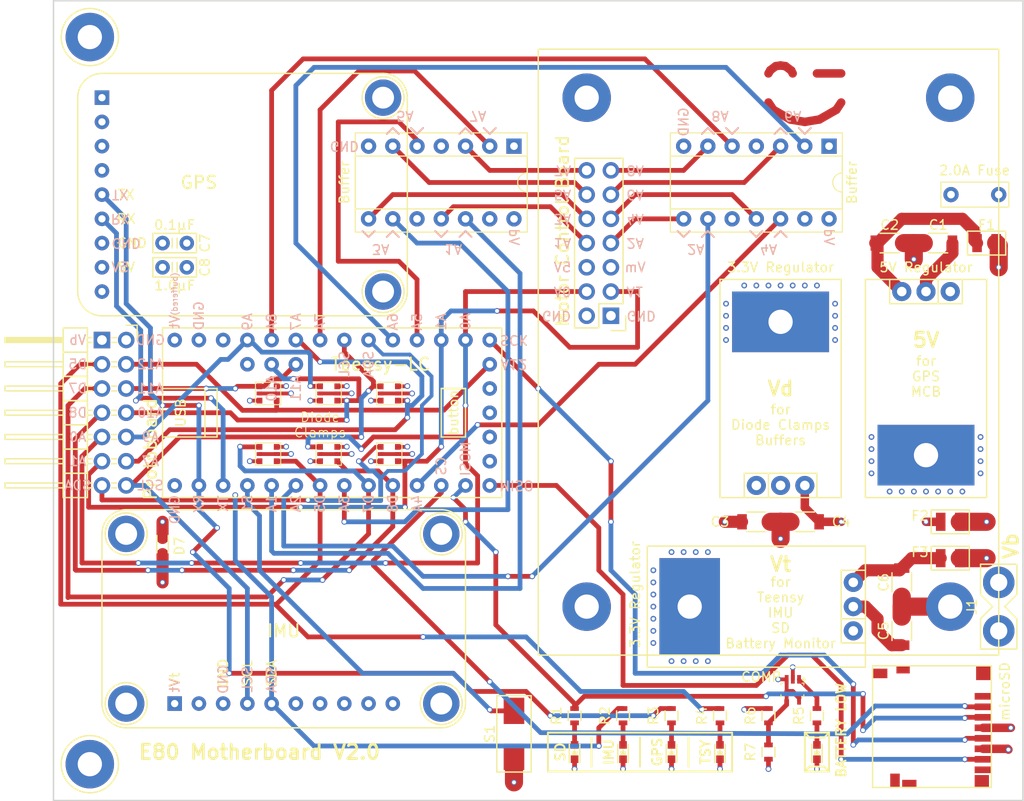
<source format=kicad_pcb>
(kicad_pcb (version 4) (host pcbnew 4.0.6)
  (title_block (date 2017-06-19))
  (layers (0 F.Cu signal) (1 In1.Cu power) (2 In2.Cu power) (31 B.Cu signal) (34 B.Paste user) (35 F.Paste user) (36 B.SilkS user) (37 F.SilkS user) (38 B.Mask user) (39 F.Mask user) (44 Edge.Cuts user))
  (net 0 "")
  (net 1 GND)
  (net 2 /3A)
  (net 3 7AT)
  (net 4 3AT)
  (net 5 /7A)
  (net 6 /1A)
  (net 7 5AT)
  (net 8 1AT)
  (net 9 /5A)
  (net 10 Vt)
  (net 11 /4A)
  (net 12 8AT)
  (net 13 4AT)
  (net 14 /8A)
  (net 15 /2A)
  (net 16 6AT)
  (net 17 2AT)
  (net 18 /6A)
  (net 19 +5V)
  (net 20 Vd)
  (net 21 "Net-(COM1-Pad1)")
  (net 22 "Net-(COM1-Pad4)")
  (net 23 D7)
  (net 24 D5)
  (net 25 A0)
  (net 26 D8)
  (net 27 SDA0)
  (net 28 A1)
  (net 29 SCL0)
  (net 30 A7)
  (net 31 A9)
  (net 32 A10)
  (net 33 A11)
  (net 34 A12)
  (net 35 "Net-(D7-Pad1)")
  (net 36 Vm)
  (net 37 RX)
  (net 38 TX)
  (net 39 "Net-(LED1-Pad2)")
  (net 40 "Net-(LED2-Pad2)")
  (net 41 "Net-(LED3-Pad2)")
  (net 42 "Net-(LED4-Pad2)")
  (net 43 "Net-(LED5-Pad2)")
  (net 44 MOSI0)
  (net 45 MISO0)
  (net 46 SCK0)
  (net 47 CS0)
  (net 48 "Net-(S1-Pad2)")
  (net 49 "Net-(C2-Pad1)")
  (net 50 "Net-(C4-Pad1)")
  (net 51 "Net-(C6-Pad1)")
  (net 52 Vb)
  (module Housings_DIP:DIP-14_W7.62mm_Socket (layer F.Cu) (at 165.1 78.74 270)
    (fp_text reference Buffer (at 3.81 17.78 450) (layer F.SilkS))
    (fp_text value Buffer)
    (pad 1 thru_hole rect (at 0 0 270) (size 1.6 1.6) (drill 0.8) (layers *.Cu *.Mask) (net 1 GND))
    (pad 8 thru_hole oval (at 7.62 15.24 270) (size 1.6 1.6) (drill 0.8) (layers *.Cu *.Mask) (net 2 /3A))
    (pad 2 thru_hole oval (at 0 2.54 270) (size 1.6 1.6) (drill 0.8) (layers *.Cu *.Mask) (net 3 7AT))
    (pad 9 thru_hole oval (at 7.62 12.7 270) (size 1.6 1.6) (drill 0.8) (layers *.Cu *.Mask) (net 4 3AT))
    (pad 3 thru_hole oval (at 0 5.08 270) (size 1.6 1.6) (drill 0.8) (layers *.Cu *.Mask) (net 5 /7A))
    (pad 10 thru_hole oval (at 7.62 10.16 270) (size 1.6 1.6) (drill 0.8) (layers *.Cu *.Mask) (net 1 GND))
    (pad 4 thru_hole oval (at 0 7.62 270) (size 1.6 1.6) (drill 0.8) (layers *.Cu *.Mask) (net 1 GND))
    (pad 11 thru_hole oval (at 7.62 7.62 270) (size 1.6 1.6) (drill 0.8) (layers *.Cu *.Mask) (net 6 /1A))
    (pad 5 thru_hole oval (at 0 10.16 270) (size 1.6 1.6) (drill 0.8) (layers *.Cu *.Mask) (net 7 5AT))
    (pad 12 thru_hole oval (at 7.62 5.08 270) (size 1.6 1.6) (drill 0.8) (layers *.Cu *.Mask) (net 8 1AT))
    (pad 6 thru_hole oval (at 0 12.7 270) (size 1.6 1.6) (drill 0.8) (layers *.Cu *.Mask) (net 9 /5A))
    (pad 13 thru_hole oval (at 7.62 2.54 270) (size 1.6 1.6) (drill 0.8) (layers *.Cu *.Mask) (net 1 GND))
    (pad 7 thru_hole oval (at 0 15.24 270) (size 1.6 1.6) (drill 0.8) (layers *.Cu *.Mask) (net 1 GND))
    (pad 14 thru_hole oval (at 7.62 0 270) (size 1.6 1.6) (drill 0.8) (layers *.Cu *.Mask) (net 20 Vd))
  )
  (module Housings_DIP:DIP-14_W7.62mm_Socket (layer F.Cu) (at 198.12 78.74 270)
    (fp_text reference Buffer (at 3.81 -2.39 270) (layer F.SilkS))
    (fp_text value Buffer2)
    (pad 1 thru_hole rect (at 0 0 270) (size 1.6 1.6) (drill 0.8) (layers *.Cu *.Mask) (net 1 GND))
    (pad 8 thru_hole oval (at 7.62 15.24 270) (size 1.6 1.6) (drill 0.8) (layers *.Cu *.Mask) (net 15 /2A))
    (pad 2 thru_hole oval (at 0 2.54 270) (size 1.6 1.6) (drill 0.8) (layers *.Cu *.Mask) (net 16 6AT))
    (pad 9 thru_hole oval (at 7.62 12.7 270) (size 1.6 1.6) (drill 0.8) (layers *.Cu *.Mask) (net 17 2AT))
    (pad 3 thru_hole oval (at 0 5.08 270) (size 1.6 1.6) (drill 0.8) (layers *.Cu *.Mask) (net 18 /6A))
    (pad 10 thru_hole oval (at 7.62 10.16 270) (size 1.6 1.6) (drill 0.8) (layers *.Cu *.Mask) (net 1 GND))
    (pad 4 thru_hole oval (at 0 7.62 270) (size 1.6 1.6) (drill 0.8) (layers *.Cu *.Mask) (net 1 GND))
    (pad 11 thru_hole oval (at 7.62 7.62 270) (size 1.6 1.6) (drill 0.8) (layers *.Cu *.Mask) (net 11 /4A))
    (pad 5 thru_hole oval (at 0 10.16 270) (size 1.6 1.6) (drill 0.8) (layers *.Cu *.Mask) (net 12 8AT))
    (pad 12 thru_hole oval (at 7.62 5.08 270) (size 1.6 1.6) (drill 0.8) (layers *.Cu *.Mask) (net 13 4AT))
    (pad 6 thru_hole oval (at 0 12.7 270) (size 1.6 1.6) (drill 0.8) (layers *.Cu *.Mask) (net 14 /8A))
    (pad 13 thru_hole oval (at 7.62 2.54 270) (size 1.6 1.6) (drill 0.8) (layers *.Cu *.Mask) (net 1 GND))
    (pad 7 thru_hole oval (at 0 15.24 270) (size 1.6 1.6) (drill 0.8) (layers *.Cu *.Mask) (net 1 GND))
    (pad 14 thru_hole oval (at 7.62 0 270) (size 1.6 1.6) (drill 0.8) (layers *.Cu *.Mask) (net 20 Vd))
  )
  (module Capacitors_SMD:C_1206 (layer F.Cu) (at 209.55 88.9 180)
    (fp_text reference C1 (at 0 1.905 180) (layer F.SilkS))
    (fp_text value CP1)
    (pad 1 smd rect (at -1.5 0 180) (size 1 1.6) (layers F.Cu F.Paste F.Mask) (net 19 +5V))
    (pad 2 smd rect (at 1.5 0 180) (size 1 1.6) (layers F.Cu F.Paste F.Mask) (net 1 GND))
  )
  (module Capacitors_SMD:C_1206 (layer F.Cu) (at 204.47 88.9)
    (fp_text reference C2 (at 0 -1.905) (layer F.SilkS))
    (fp_text value CP1)
    (pad 1 smd rect (at -1.5 0) (size 1 1.6) (layers F.Cu F.Paste F.Mask) (net 49 "Net-(C2-Pad1)"))
    (pad 2 smd rect (at 1.5 0) (size 1 1.6) (layers F.Cu F.Paste F.Mask) (net 1 GND))
  )
  (module Capacitors_SMD:C_1206 (layer F.Cu) (at 190.5 118.11)
    (fp_text reference C3 (at -3.81 0) (layer F.SilkS))
    (fp_text value CP1)
    (pad 1 smd rect (at -1.5 0) (size 1 1.6) (layers F.Cu F.Paste F.Mask) (net 20 Vd))
    (pad 2 smd rect (at 1.5 0) (size 1 1.6) (layers F.Cu F.Paste F.Mask) (net 1 GND))
  )
  (module Capacitors_SMD:C_1206 (layer F.Cu) (at 195.58 118.11 180)
    (fp_text reference C4 (at -3.81 0 180) (layer F.SilkS))
    (fp_text value CP1)
    (pad 1 smd rect (at -1.5 0 180) (size 1 1.6) (layers F.Cu F.Paste F.Mask) (net 50 "Net-(C4-Pad1)"))
    (pad 2 smd rect (at 1.5 0 180) (size 1 1.6) (layers F.Cu F.Paste F.Mask) (net 1 GND))
  )
  (module Capacitors_SMD:C_1206 (layer F.Cu) (at 205.74 129.54 90)
    (fp_text reference C5 (at 0 -1.905 90) (layer F.SilkS))
    (fp_text value CP1)
    (pad 1 smd rect (at -1.5 0 90) (size 1 1.6) (layers F.Cu F.Paste F.Mask) (net 10 Vt))
    (pad 2 smd rect (at 1.5 0 90) (size 1 1.6) (layers F.Cu F.Paste F.Mask) (net 1 GND))
  )
  (module Capacitors_SMD:C_1206 (layer F.Cu) (at 205.74 124.46 270)
    (fp_text reference C6 (at 0 1.905 270) (layer F.SilkS))
    (fp_text value CP1)
    (pad 1 smd rect (at -1.5 0 270) (size 1 1.6) (layers F.Cu F.Paste F.Mask) (net 51 "Net-(C6-Pad1)"))
    (pad 2 smd rect (at 1.5 0 270) (size 1 1.6) (layers F.Cu F.Paste F.Mask) (net 1 GND))
  )
  (module MCB_footprints:Standard_Capacitor (layer F.Cu) (at 128.27 88.9)
    (fp_text reference C7 (at 4.445 0 90) (layer F.SilkS))
    (fp_text value C)
    (pad 1 thru_hole circle (at 0 0) (size 1.524 1.524) (drill 0.762) (layers *.Cu *.Mask) (net 19 +5V))
    (pad 2 thru_hole circle (at 2.54 0) (size 1.524 1.524) (drill 0.762) (layers *.Cu *.Mask) (net 1 GND))
  )
  (module MCB_footprints:Standard_Capacitor (layer F.Cu) (at 128.27 91.44)
    (fp_text reference C8 (at 4.445 0 90) (layer F.SilkS))
    (fp_text value C)
    (pad 1 thru_hole circle (at 0 0) (size 1.524 1.524) (drill 0.762) (layers *.Cu *.Mask) (net 19 +5V))
    (pad 2 thru_hole circle (at 2.54 0) (size 1.524 1.524) (drill 0.762) (layers *.Cu *.Mask) (net 1 GND))
  )
  (module MTB_footprints:SC70 (layer F.Cu) (at 193.675 134.62 270)
    (fp_text reference COMP (at -0.254 2.667 360) (layer F.SilkS))
    (fp_text value TS881)
    (pad 3 smd rect (at 0 0 270) (size 0.9 0.4) (layers F.Cu F.Paste F.Mask) (net 10 Vt))
    (pad 2 smd rect (at 0 -0.65 270) (size 0.9 0.4) (layers F.Cu F.Paste F.Mask) (net 1 GND))
    (pad 1 smd rect (at 0 -1.3 270) (size 0.9 0.4) (layers F.Cu F.Paste F.Mask) (net 21 "Net-(COM1-Pad1)"))
    (pad 5 smd rect (at 2.2 -1.3 270) (size 0.9 0.4) (layers F.Cu F.Paste F.Mask) (net 10 Vt))
    (pad 4 smd rect (at 2.2 0 270) (size 0.9 0.4) (layers F.Cu F.Paste F.Mask) (net 22 "Net-(COM1-Pad4)"))
  )
  (module MTB_footprints:SOT363 (layer F.Cu) (at 138.43 111.76)
    (fp_text reference D1 hide)
    (fp_text value D_Schottky_x4)
    (pad 1 smd rect (at 0 0) (size 0.6 0.6) (layers F.Cu F.Paste F.Mask) (net 1 GND))
    (pad 2 smd rect (at 0 -0.75) (size 0.6 0.4) (layers F.Cu F.Paste F.Mask) (net 20 Vd))
    (pad 3 smd rect (at 0 -1.5) (size 0.6 0.6) (layers F.Cu F.Paste F.Mask) (net 23 D7))
    (pad 4 smd rect (at 1.8 -1.5) (size 0.6 0.6) (layers F.Cu F.Paste F.Mask) (net 1 GND))
    (pad 5 smd rect (at 1.8 -0.75) (size 0.6 0.4) (layers F.Cu F.Paste F.Mask) (net 20 Vd))
    (pad 6 smd rect (at 1.8 0) (size 0.6 0.6) (layers F.Cu F.Paste F.Mask) (net 24 D5))
  )
  (module MTB_footprints:SOT363 (layer F.Cu) (at 144.78 111.76)
    (fp_text reference D2 hide)
    (fp_text value D_Schottky_x4)
    (pad 1 smd rect (at 0 0) (size 0.6 0.6) (layers F.Cu F.Paste F.Mask) (net 1 GND))
    (pad 2 smd rect (at 0 -0.75) (size 0.6 0.4) (layers F.Cu F.Paste F.Mask) (net 20 Vd))
    (pad 3 smd rect (at 0 -1.5) (size 0.6 0.6) (layers F.Cu F.Paste F.Mask) (net 25 A0))
    (pad 4 smd rect (at 1.8 -1.5) (size 0.6 0.6) (layers F.Cu F.Paste F.Mask) (net 1 GND))
    (pad 5 smd rect (at 1.8 -0.75) (size 0.6 0.4) (layers F.Cu F.Paste F.Mask) (net 20 Vd))
    (pad 6 smd rect (at 1.8 0) (size 0.6 0.6) (layers F.Cu F.Paste F.Mask) (net 26 D8))
  )
  (module MTB_footprints:SOT363 (layer F.Cu) (at 151.13 111.76)
    (fp_text reference D3 hide)
    (fp_text value D_Schottky_x4)
    (pad 1 smd rect (at 0 0) (size 0.6 0.6) (layers F.Cu F.Paste F.Mask) (net 1 GND))
    (pad 2 smd rect (at 0 -0.75) (size 0.6 0.4) (layers F.Cu F.Paste F.Mask) (net 20 Vd))
    (pad 3 smd rect (at 0 -1.5) (size 0.6 0.6) (layers F.Cu F.Paste F.Mask) (net 27 SDA0))
    (pad 4 smd rect (at 1.8 -1.5) (size 0.6 0.6) (layers F.Cu F.Paste F.Mask) (net 1 GND))
    (pad 5 smd rect (at 1.8 -0.75) (size 0.6 0.4) (layers F.Cu F.Paste F.Mask) (net 20 Vd))
    (pad 6 smd rect (at 1.8 0) (size 0.6 0.6) (layers F.Cu F.Paste F.Mask) (net 28 A1))
  )
  (module MTB_footprints:SOT363 (layer F.Cu) (at 151.13 105.41)
    (fp_text reference D4 hide)
    (fp_text value D_Schottky_x4)
    (pad 1 smd rect (at 0 0) (size 0.6 0.6) (layers F.Cu F.Paste F.Mask) (net 1 GND))
    (pad 2 smd rect (at 0 -0.75) (size 0.6 0.4) (layers F.Cu F.Paste F.Mask) (net 20 Vd))
    (pad 3 smd rect (at 0 -1.5) (size 0.6 0.6) (layers F.Cu F.Paste F.Mask) (net 29 SCL0))
    (pad 4 smd rect (at 1.8 -1.5) (size 0.6 0.6) (layers F.Cu F.Paste F.Mask) (net 1 GND))
    (pad 5 smd rect (at 1.8 -0.75) (size 0.6 0.4) (layers F.Cu F.Paste F.Mask) (net 20 Vd))
    (pad 6 smd rect (at 1.8 0) (size 0.6 0.6) (layers F.Cu F.Paste F.Mask) (net 30 A7))
  )
  (module MTB_footprints:SOT363 (layer F.Cu) (at 144.78 105.41)
    (fp_text reference D5 hide)
    (fp_text value D_Schottky_x4)
    (pad 1 smd rect (at 0 0) (size 0.6 0.6) (layers F.Cu F.Paste F.Mask) (net 1 GND))
    (pad 2 smd rect (at 0 -0.75) (size 0.6 0.4) (layers F.Cu F.Paste F.Mask) (net 20 Vd))
    (pad 3 smd rect (at 0 -1.5) (size 0.6 0.6) (layers F.Cu F.Paste F.Mask) (net 31 A9))
    (pad 4 smd rect (at 1.8 -1.5) (size 0.6 0.6) (layers F.Cu F.Paste F.Mask) (net 1 GND))
    (pad 5 smd rect (at 1.8 -0.75) (size 0.6 0.4) (layers F.Cu F.Paste F.Mask) (net 20 Vd))
    (pad 6 smd rect (at 1.8 0) (size 0.6 0.6) (layers F.Cu F.Paste F.Mask) (net 32 A10))
  )
  (module MTB_footprints:SOT363 (layer F.Cu) (at 138.43 105.41)
    (fp_text reference D6 hide)
    (fp_text value D_Schottky_x4)
    (pad 1 smd rect (at 0 0) (size 0.6 0.6) (layers F.Cu F.Paste F.Mask) (net 1 GND))
    (pad 2 smd rect (at 0 -0.75) (size 0.6 0.4) (layers F.Cu F.Paste F.Mask) (net 20 Vd))
    (pad 3 smd rect (at 0 -1.5) (size 0.6 0.6) (layers F.Cu F.Paste F.Mask) (net 33 A11))
    (pad 4 smd rect (at 1.8 -1.5) (size 0.6 0.6) (layers F.Cu F.Paste F.Mask) (net 1 GND))
    (pad 5 smd rect (at 1.8 -0.75) (size 0.6 0.4) (layers F.Cu F.Paste F.Mask) (net 20 Vd))
    (pad 6 smd rect (at 1.8 0) (size 0.6 0.6) (layers F.Cu F.Paste F.Mask) (net 34 A12))
  )
  (module Diodes_SMD:D_0603 (layer F.Cu) (at 128.27 120.65 270)
    (fp_text reference D7 (at 0 -1.778 270) (layer F.SilkS))
    (fp_text value D_Schottky_T)
    (pad 1 smd rect (at -0.85 0 270) (size 0.6 0.8) (layers F.Cu F.Paste F.Mask) (net 35 "Net-(D7-Pad1)"))
    (pad 2 smd rect (at 0.85 0 270) (size 0.6 0.8) (layers F.Cu F.Paste F.Mask) (net 10 Vt))
  )
  (module MTB_footprints:1206 (layer F.Cu) (at 210.82 118.11 180)
    (fp_text reference F2 (at 3.175 0.635 180) (layer F.SilkS))
    (fp_text value ".35A Fuse")
    (pad 1 smd rect (at -1 0 180) (size 1 1.9) (layers F.Cu F.Paste F.Mask) (net 52 Vb))
    (pad 2 smd rect (at 1 0 180) (size 1 1.9) (layers F.Cu F.Paste F.Mask) (net 50 "Net-(C4-Pad1)"))
  )
  (module MTB_footprints:1206 (layer F.Cu) (at 210.82 121.92 180)
    (fp_text reference F3 (at 3.175 0.635 180) (layer F.SilkS))
    (fp_text value ".5A Fuse")
    (pad 1 smd rect (at -1 0 180) (size 1 1.9) (layers F.Cu F.Paste F.Mask) (net 52 Vb))
    (pad 2 smd rect (at 1 0 180) (size 1 1.9) (layers F.Cu F.Paste F.Mask) (net 51 "Net-(C6-Pad1)"))
  )
  (module MTB_footprints:GPS (layer F.Cu) (at 121.92 93.98)
    (fp_text reference GPS (at 10.16 -11.43) (layer F.SilkS) (effects (font (size 1.3 1.3) (thickness 0.2))))
    (fp_text value GPS)
    (pad ~ thru_hole circle (at 29.464 -20.32) (size 3.81 3.81) (drill 2.286) (layers *.Cu *.Mask))
    (pad ~ thru_hole circle (at 29.464 0) (size 3.81 3.81) (drill 2.286) (layers *.Cu *.Mask))
    (pad 1 thru_hole rect (at 0 -20.32 270) (size 1.524 1.524) (drill 0.762) (layers *.Cu *.Mask))
    (pad 2 thru_hole circle (at 0 -17.78 270) (size 1.524 1.524) (drill 0.762) (layers *.Cu *.Mask))
    (pad 3 thru_hole circle (at 0 -15.24 270) (size 1.524 1.524) (drill 0.762) (layers *.Cu *.Mask))
    (pad 4 thru_hole circle (at 0 -12.7 270) (size 1.524 1.524) (drill 0.762) (layers *.Cu *.Mask))
    (pad 5 thru_hole circle (at 0 -10.16 270) (size 1.524 1.524) (drill 0.762) (layers *.Cu *.Mask) (net 37 RX))
    (pad 6 thru_hole circle (at 0 -7.62 270) (size 1.524 1.524) (drill 0.762) (layers *.Cu *.Mask) (net 38 TX))
    (pad 7 thru_hole circle (at 0 -5.08 270) (size 1.524 1.524) (drill 0.762) (layers *.Cu *.Mask) (net 1 GND))
    (pad 8 thru_hole circle (at 0 -2.54 270) (size 1.524 1.524) (drill 0.762) (layers *.Cu *.Mask) (net 19 +5V))
    (pad 9 thru_hole circle (at 0 0 270) (size 1.524 1.524) (drill 0.762) (layers *.Cu *.Mask))
  )
  (module MTB_footprints:IMU (layer F.Cu) (at 124.46 137.16)
    (fp_text reference IMU (at 16.51 -7.62) (layer F.SilkS) (effects (font (size 1.3 1.3) (thickness 0.2))))
    (fp_text value IMU)
    (pad ~ thru_hole circle (at 0 0) (size 3.81 3.81) (drill 2.286) (layers *.Cu *.Mask))
    (pad ~ thru_hole circle (at 0 -17.78) (size 3.81 3.81) (drill 2.286) (layers *.Cu *.Mask))
    (pad ~ thru_hole circle (at 33.02 -17.78) (size 3.81 3.81) (drill 2.286) (layers *.Cu *.Mask))
    (pad ~ thru_hole circle (at 33.02 0) (size 3.81 3.81) (drill 2.286) (layers *.Cu *.Mask))
    (pad 1 thru_hole rect (at 5.08 0) (size 1.524 1.524) (drill 0.762) (layers *.Cu *.Mask) (net 10 Vt))
    (pad 2 thru_hole circle (at 7.62 0) (size 1.524 1.524) (drill 0.762) (layers *.Cu *.Mask))
    (pad 3 thru_hole circle (at 10.16 0) (size 1.524 1.524) (drill 0.762) (layers *.Cu *.Mask) (net 1 GND))
    (pad 4 thru_hole circle (at 12.7 0) (size 1.524 1.524) (drill 0.762) (layers *.Cu *.Mask) (net 29 SCL0))
    (pad 5 thru_hole circle (at 15.24 0) (size 1.524 1.524) (drill 0.762) (layers *.Cu *.Mask) (net 27 SDA0))
    (pad 6 thru_hole circle (at 17.78 0) (size 1.524 1.524) (drill 0.762) (layers *.Cu *.Mask))
    (pad 7 thru_hole circle (at 20.32 0) (size 1.524 1.524) (drill 0.762) (layers *.Cu *.Mask))
    (pad 8 thru_hole circle (at 22.86 0) (size 1.524 1.524) (drill 0.762) (layers *.Cu *.Mask))
    (pad 9 thru_hole circle (at 25.4 0) (size 1.524 1.524) (drill 0.762) (layers *.Cu *.Mask))
    (pad 10 thru_hole circle (at 27.94 0) (size 1.524 1.524) (drill 0.762) (layers *.Cu *.Mask))
  )
  (module MTB_footprints:Battery_Connector (layer F.Cu) (at 215.9 127 270)
    (fp_text reference J1 (at 0 2.8 270) (layer F.SilkS))
    (fp_text value BAT_CONN)
    (pad 2 thru_hole circle (at 2.54 0 270) (size 3.3 3.3) (drill 1.8) (layers *.Cu *.Mask) (net 1 GND))
    (pad 1 thru_hole circle (at -2.54 0 270) (size 3.3 3.3) (drill 1.8) (layers *.Cu *.Mask) (net 52 Vb))
  )
  (module LEDs:LED_0603 (layer F.Cu) (at 171.45 142.24 90)
    (fp_text reference SD (at 0 -1.5 90) (layer F.SilkS) (effects (font (thickness 0.2))))
    (fp_text value LED)
    (pad 2 smd rect (at 0.7493 0 270) (size 0.79756 0.79756) (layers F.Cu F.Paste F.Mask) (net 39 "Net-(LED1-Pad2)"))
    (pad 1 smd rect (at -0.7493 0 270) (size 0.79756 0.79756) (layers F.Cu F.Paste F.Mask) (net 1 GND))
  )
  (module LEDs:LED_0603 (layer F.Cu) (at 176.53 142.24 90)
    (fp_text reference IMU (at 0 -1.5 90) (layer F.SilkS) (effects (font (thickness 0.2))))
    (fp_text value LED)
    (pad 2 smd rect (at 0.7493 0 270) (size 0.79756 0.79756) (layers F.Cu F.Paste F.Mask) (net 40 "Net-(LED2-Pad2)"))
    (pad 1 smd rect (at -0.7493 0 270) (size 0.79756 0.79756) (layers F.Cu F.Paste F.Mask) (net 1 GND))
  )
  (module LEDs:LED_0603 (layer F.Cu) (at 181.61 142.24 90)
    (fp_text reference GPS (at 0 -1.5 90) (layer F.SilkS) (effects (font (thickness 0.2))))
    (fp_text value LED)
    (pad 2 smd rect (at 0.7493 0 270) (size 0.79756 0.79756) (layers F.Cu F.Paste F.Mask) (net 41 "Net-(LED3-Pad2)"))
    (pad 1 smd rect (at -0.7493 0 270) (size 0.79756 0.79756) (layers F.Cu F.Paste F.Mask) (net 1 GND))
  )
  (module LEDs:LED_0603 (layer F.Cu) (at 186.69 142.24 90)
    (fp_text reference TSY (at 0 -1.524 90) (layer F.SilkS) (effects (font (thickness 0.2))))
    (fp_text value LED)
    (pad 2 smd rect (at 0.7493 0 270) (size 0.79756 0.79756) (layers F.Cu F.Paste F.Mask) (net 42 "Net-(LED4-Pad2)"))
    (pad 1 smd rect (at -0.7493 0 270) (size 0.79756 0.79756) (layers F.Cu F.Paste F.Mask) (net 1 GND))
  )
  (module LEDs:LED_0603 (layer F.Cu) (at 196.85 142.24 90)
    (fp_text reference "BATTERY LOW" (at 2.286 2.54 90) (layer F.SilkS) (effects (font (thickness 0.2))))
    (fp_text value LED)
    (pad 2 smd rect (at 0.7493 0 270) (size 0.79756 0.79756) (layers F.Cu F.Paste F.Mask) (net 43 "Net-(LED5-Pad2)"))
    (pad 1 smd rect (at -0.7493 0 270) (size 0.79756 0.79756) (layers F.Cu F.Paste F.Mask) (net 1 GND))
  )
  (module Resistors_SMD:R_0603 (layer F.Cu) (at 171.45 138.43 90)
    (fp_text reference R1 (at 0 -1.9 90) (layer F.SilkS))
    (fp_text value 1.5kΩ)
    (pad 1 smd rect (at -0.75 0 90) (size 0.5 0.9) (layers F.Cu F.Paste F.Mask) (net 39 "Net-(LED1-Pad2)"))
    (pad 2 smd rect (at 0.75 0 90) (size 0.5 0.9) (layers F.Cu F.Paste F.Mask) (net 44 MOSI0))
  )
  (module Resistors_SMD:R_0603 (layer F.Cu) (at 176.53 138.43 90)
    (fp_text reference R2 (at 0 -1.9 90) (layer F.SilkS))
    (fp_text value 1.5kΩ)
    (pad 1 smd rect (at -0.75 0 90) (size 0.5 0.9) (layers F.Cu F.Paste F.Mask) (net 40 "Net-(LED2-Pad2)"))
    (pad 2 smd rect (at 0.75 0 90) (size 0.5 0.9) (layers F.Cu F.Paste F.Mask) (net 27 SDA0))
  )
  (module Resistors_SMD:R_0603 (layer F.Cu) (at 181.61 138.43 90)
    (fp_text reference R3 (at 0 -1.9 90) (layer F.SilkS))
    (fp_text value 1.5kΩ)
    (pad 1 smd rect (at -0.75 0 90) (size 0.5 0.9) (layers F.Cu F.Paste F.Mask) (net 41 "Net-(LED3-Pad2)"))
    (pad 2 smd rect (at 0.75 0 90) (size 0.5 0.9) (layers F.Cu F.Paste F.Mask) (net 37 RX))
  )
  (module Resistors_SMD:R_0603 (layer F.Cu) (at 186.69 138.43 90)
    (fp_text reference R4 (at 0 -1.9 90) (layer F.SilkS))
    (fp_text value 1.5kΩ)
    (pad 1 smd rect (at -0.75 0 90) (size 0.5 0.9) (layers F.Cu F.Paste F.Mask) (net 42 "Net-(LED4-Pad2)"))
    (pad 2 smd rect (at 0.75 0 90) (size 0.5 0.9) (layers F.Cu F.Paste F.Mask) (net 24 D5))
  )
  (module Resistors_SMD:R_0603 (layer F.Cu) (at 196.85 138.43 90)
    (fp_text reference R5 (at 0 -1.9 90) (layer F.SilkS))
    (fp_text value 1.5kΩ)
    (pad 1 smd rect (at -0.75 0 90) (size 0.5 0.9) (layers F.Cu F.Paste F.Mask) (net 43 "Net-(LED5-Pad2)"))
    (pad 2 smd rect (at 0.75 0 90) (size 0.5 0.9) (layers F.Cu F.Paste F.Mask) (net 21 "Net-(COM1-Pad1)"))
  )
  (module Resistors_SMD:R_0603 (layer F.Cu) (at 191.77 138.43 90)
    (fp_text reference R6 (at 0 -1.9 90) (layer F.SilkS))
    (fp_text value 34kΩ)
    (pad 1 smd rect (at -0.75 0 90) (size 0.5 0.9) (layers F.Cu F.Paste F.Mask) (net 22 "Net-(COM1-Pad4)"))
    (pad 2 smd rect (at 0.75 0 90) (size 0.5 0.9) (layers F.Cu F.Paste F.Mask) (net 52 Vb))
  )
  (module Resistors_SMD:R_0603 (layer F.Cu) (at 191.77 142.24 90)
    (fp_text reference R7 (at 0 -1.9 90) (layer F.SilkS))
    (fp_text value 14kΩ)
    (pad 1 smd rect (at -0.75 0 90) (size 0.5 0.9) (layers F.Cu F.Paste F.Mask) (net 1 GND))
    (pad 2 smd rect (at 0.75 0 90) (size 0.5 0.9) (layers F.Cu F.Paste F.Mask) (net 22 "Net-(COM1-Pad4)"))
  )
  (module MTB_footprints:Switch (layer F.Cu) (at 165.1 140.335 90)
    (fp_text reference S1 (at 0 -2.54 90) (layer F.SilkS))
    (fp_text value Switch)
    (pad 1 smd rect (at -2.413 0 90) (size 2.754 2.16) (layers F.Cu F.Paste F.Mask) (net 1 GND))
    (pad 2 smd rect (at 2.413 0 90) (size 2.754 2.16) (layers F.Cu F.Paste F.Mask) (net 48 "Net-(S1-Pad2)"))
  )
  (module MTB_footprints:microSD (layer F.Cu) (at 208.28 139.7 90)
    (fp_text reference microSD (at 3.81 8.255 90) (layer F.SilkS))
    (fp_text value microSD)
    (pad ~ smd rect (at 6.1 -2.4 90) (size 0.8 1.4) (layers F.Cu F.Paste F.Mask))
    (pad ~ smd rect (at 5.7 -4.825 90) (size 1 1.55) (layers F.Cu F.Paste F.Mask))
    (pad ~ smd rect (at -5.525 -3.25 90) (size 1.45 1) (layers F.Cu F.Paste F.Mask))
    (pad ~ smd rect (at -5.85 -1.75 90) (size 0.8 1.5) (layers F.Cu F.Paste F.Mask))
    (pad 8 smd rect (at -4.4 5.975 90) (size 0.7 1.75) (layers F.Cu F.Paste F.Mask))
    (pad 7 smd rect (at -3.3 5.975 90) (size 0.7 1.75) (layers F.Cu F.Paste F.Mask) (net 45 MISO0))
    (pad 6 smd rect (at -2.2 5.975 90) (size 0.7 1.75) (layers F.Cu F.Paste F.Mask) (net 1 GND))
    (pad 5 smd rect (at -1.1 5.975 90) (size 0.7 1.75) (layers F.Cu F.Paste F.Mask) (net 46 SCK0))
    (pad 4 smd rect (at 0 5.975 90) (size 0.7 1.75) (layers F.Cu F.Paste F.Mask) (net 10 Vt))
    (pad 3 smd rect (at 1.1 5.975 90) (size 0.7 1.75) (layers F.Cu F.Paste F.Mask) (net 44 MOSI0))
    (pad 2 smd rect (at 2.2 5.975 90) (size 0.7 1.75) (layers F.Cu F.Paste F.Mask) (net 47 CS0))
    (pad 1 smd rect (at 3.3 5.975 90) (size 0.7 1.75) (layers F.Cu F.Paste F.Mask))
    (pad ~ smd rect (at -5.6 5.85 90) (size 1.3 1.5) (layers F.Cu F.Paste F.Mask))
    (pad ~ smd rect (at 5.75 6 90) (size 1.5 1.5) (layers F.Cu F.Paste F.Mask))
  )
  (module MTB_footprints:MCB (layer F.Cu) (at 172.72 73.66)
    (fp_text reference "Motor Control Board" (at -2.54 13.97 90) (layer F.SilkS) (effects (font (size 1.3 1.3) (thickness 0.2))))
    (fp_text value MB_CONN)
    (pad 1 thru_hole circle (at 0 53.34) (size 5.08 5.08) (drill 2.54) (layers *.Cu *.Mask) (net 1 GND))
    (pad 1 thru_hole circle (at 38.1 53.34) (size 5.08 5.08) (drill 2.54) (layers *.Cu *.Mask) (net 1 GND))
    (pad 1 thru_hole circle (at 38.1 0) (size 5.08 5.08) (drill 2.54) (layers *.Cu *.Mask) (net 1 GND))
    (pad 1 thru_hole rect (at 2.54 22.86 180) (size 1.7272 1.7272) (drill 1.016) (layers *.Cu *.Mask) (net 1 GND))
    (pad 14 thru_hole oval (at 0 22.86 180) (size 1.7272 1.7272) (drill 1.016) (layers *.Cu *.Mask) (net 1 GND))
    (pad 2 thru_hole oval (at 2.54 20.32 180) (size 1.7272 1.7272) (drill 1.016) (layers *.Cu *.Mask) (net 28 A1))
    (pad 13 thru_hole oval (at 0 20.32 180) (size 1.7272 1.7272) (drill 1.016) (layers *.Cu *.Mask) (net 25 A0))
    (pad 3 thru_hole oval (at 2.54 17.78 180) (size 1.7272 1.7272) (drill 1.016) (layers *.Cu *.Mask) (net 36 Vm))
    (pad 12 thru_hole oval (at 0 17.78 180) (size 1.7272 1.7272) (drill 1.016) (layers *.Cu *.Mask) (net 19 +5V))
    (pad 4 thru_hole oval (at 2.54 15.24 180) (size 1.7272 1.7272) (drill 1.016) (layers *.Cu *.Mask) (net 15 /2A))
    (pad 11 thru_hole oval (at 0 15.24 180) (size 1.7272 1.7272) (drill 1.016) (layers *.Cu *.Mask) (net 6 /1A))
    (pad 5 thru_hole oval (at 2.54 12.7 180) (size 1.7272 1.7272) (drill 1.016) (layers *.Cu *.Mask) (net 11 /4A))
    (pad 10 thru_hole oval (at 0 12.7 180) (size 1.7272 1.7272) (drill 1.016) (layers *.Cu *.Mask) (net 2 /3A))
    (pad 6 thru_hole oval (at 2.54 10.16 180) (size 1.7272 1.7272) (drill 1.016) (layers *.Cu *.Mask) (net 18 /6A))
    (pad 9 thru_hole oval (at 0 10.16 180) (size 1.7272 1.7272) (drill 1.016) (layers *.Cu *.Mask) (net 9 /5A))
    (pad 7 thru_hole oval (at 2.54 7.62 180) (size 1.7272 1.7272) (drill 1.016) (layers *.Cu *.Mask) (net 14 /8A))
    (pad 8 thru_hole oval (at 0 7.62 180) (size 1.7272 1.7272) (drill 1.016) (layers *.Cu *.Mask) (net 5 /7A))
    (pad 1 thru_hole circle (at 0 0) (size 5.08 5.08) (drill 2.54) (layers *.Cu *.Mask) (net 1 GND))
  )
  (module MTB_footprints:PTB_CONN (layer F.Cu) (at 124.46 99.06)
    (fp_text reference Protoboard (at 2.54 11.43 90) (layer F.SilkS) (effects (font (size 1.3 1.3) (thickness 0.2))))
    (fp_text value Protoboard)
    (pad 1 thru_hole rect (at -2.54 0) (size 1.7272 1.7272) (drill 1.016) (layers *.Cu *.Mask) (net 52 Vb))
    (pad 14 thru_hole oval (at 0 0) (size 1.7272 1.7272) (drill 1.016) (layers *.Cu *.Mask) (net 1 GND))
    (pad 2 thru_hole oval (at -2.54 2.54) (size 1.7272 1.7272) (drill 1.016) (layers *.Cu *.Mask) (net 24 D5))
    (pad 13 thru_hole oval (at 0 2.54) (size 1.7272 1.7272) (drill 1.016) (layers *.Cu *.Mask) (net 34 A12))
    (pad 3 thru_hole oval (at -2.54 5.08) (size 1.7272 1.7272) (drill 1.016) (layers *.Cu *.Mask) (net 23 D7))
    (pad 12 thru_hole oval (at 0 5.08) (size 1.7272 1.7272) (drill 1.016) (layers *.Cu *.Mask) (net 33 A11))
    (pad 4 thru_hole oval (at -2.54 7.62) (size 1.7272 1.7272) (drill 1.016) (layers *.Cu *.Mask) (net 26 D8))
    (pad 11 thru_hole oval (at 0 7.62) (size 1.7272 1.7272) (drill 1.016) (layers *.Cu *.Mask) (net 32 A10))
    (pad 5 thru_hole oval (at -2.54 10.16) (size 1.7272 1.7272) (drill 1.016) (layers *.Cu *.Mask) (net 25 A0))
    (pad 10 thru_hole oval (at 0 10.16) (size 1.7272 1.7272) (drill 1.016) (layers *.Cu *.Mask) (net 31 A9))
    (pad 6 thru_hole oval (at -2.54 12.7) (size 1.7272 1.7272) (drill 1.016) (layers *.Cu *.Mask) (net 28 A1))
    (pad 9 thru_hole oval (at 0 12.7) (size 1.7272 1.7272) (drill 1.016) (layers *.Cu *.Mask) (net 30 A7))
    (pad 7 thru_hole oval (at -2.54 15.24) (size 1.7272 1.7272) (drill 1.016) (layers *.Cu *.Mask) (net 27 SDA0))
    (pad 8 thru_hole oval (at 0 15.24) (size 1.7272 1.7272) (drill 1.016) (layers *.Cu *.Mask) (net 29 SCL0))
  )
  (module MCB_footprints:TESTPOINT_LARGE (layer F.Cu) (at 120.65 67.31)
    (fp_text reference T1 hide)
    (fp_text value TEST_HOLE)
    (pad 1 thru_hole circle (at 0 0) (size 5.08 5.08) (drill 2.54) (layers *.Cu *.Mask) (net 1 GND))
  )
  (module MCB_footprints:TESTPOINT_LARGE (layer F.Cu) (at 120.65 143.51)
    (fp_text reference T2 hide)
    (fp_text value TEST_HOLE)
    (pad 1 thru_hole circle (at 0 0) (size 5.08 5.08) (drill 2.54) (layers *.Cu *.Mask) (net 1 GND))
  )
  (module MTB_footprints:VREG (layer F.Cu) (at 208.28 93.98 180)
    (fp_text reference "5V Regulator" (at 0 2.54 360) (layer F.SilkS))
    (fp_text value 5V_Regulator)
    (pad 1 thru_hole circle (at 3.81 -20.955 180) (size 0.6 0.6) (drill 0.33) (layers *.Cu *.Mask) (net 1 GND))
    (pad 1 thru_hole circle (at 2.54 -20.955 180) (size 0.6 0.6) (drill 0.33) (layers *.Cu *.Mask) (net 1 GND))
    (pad 1 thru_hole circle (at 1.27 -20.955 180) (size 0.6 0.6) (drill 0.33) (layers *.Cu *.Mask) (net 1 GND))
    (pad 1 thru_hole circle (at -3.81 -20.955 180) (size 0.6 0.6) (drill 0.33) (layers *.Cu *.Mask) (net 1 GND))
    (pad 1 thru_hole circle (at -2.54 -20.955 180) (size 0.6 0.6) (drill 0.33) (layers *.Cu *.Mask) (net 1 GND))
    (pad 1 thru_hole circle (at -1.27 -20.955 180) (size 0.6 0.6) (drill 0.33) (layers *.Cu *.Mask) (net 1 GND))
    (pad 1 thru_hole circle (at 0 -20.955 180) (size 0.6 0.6) (drill 0.33) (layers *.Cu *.Mask) (net 1 GND))
    (pad 1 thru_hole circle (at -5.715 -19.05 180) (size 0.6 0.6) (drill 0.33) (layers *.Cu *.Mask) (net 1 GND))
    (pad 1 thru_hole circle (at -5.715 -17.78 180) (size 0.6 0.6) (drill 0.33) (layers *.Cu *.Mask) (net 1 GND))
    (pad 1 thru_hole circle (at -5.715 -16.51 180) (size 0.6 0.6) (drill 0.33) (layers *.Cu *.Mask) (net 1 GND))
    (pad 1 thru_hole circle (at -5.715 -15.24 180) (size 0.6 0.6) (drill 0.33) (layers *.Cu *.Mask) (net 1 GND))
    (pad 1 thru_hole circle (at 5.715 -15.24 180) (size 0.6 0.6) (drill 0.33) (layers *.Cu *.Mask) (net 1 GND))
    (pad 1 thru_hole circle (at 5.715 -16.51 180) (size 0.6 0.6) (drill 0.33) (layers *.Cu *.Mask) (net 1 GND))
    (pad 1 thru_hole circle (at 5.715 -17.78 180) (size 0.6 0.6) (drill 0.33) (layers *.Cu *.Mask) (net 1 GND))
    (pad 1 thru_hole circle (at 5.715 -19.05 180) (size 0.6 0.6) (drill 0.33) (layers *.Cu *.Mask) (net 1 GND))
    (pad 1 thru_hole circle (at -2.54 0 180) (size 2 2) (drill 1) (layers *.Cu *.Mask) (net 1 GND))
    (pad 2 thru_hole circle (at 0 0 180) (size 2 2) (drill 1) (layers *.Cu *.Mask) (net 19 +5V))
    (pad 3 thru_hole circle (at 2.54 0 180) (size 2 2) (drill 1) (layers *.Cu *.Mask) (net 49 "Net-(C2-Pad1)"))
    (pad 1 thru_hole rect (at 0 -17.145 180) (size 10.16 6.35) (drill 2.54) (layers *.Cu *.Mask) (net 1 GND))
  )
  (module MTB_footprints:VREG (layer F.Cu) (at 193.04 114.3)
    (fp_text reference "3.3V Regulator" (at 0 -22.86 180) (layer F.SilkS))
    (fp_text value 3.3V_Regulator)
    (pad 1 thru_hole circle (at 3.81 -20.955) (size 0.6 0.6) (drill 0.33) (layers *.Cu *.Mask) (net 1 GND))
    (pad 1 thru_hole circle (at 2.54 -20.955) (size 0.6 0.6) (drill 0.33) (layers *.Cu *.Mask) (net 1 GND))
    (pad 1 thru_hole circle (at 1.27 -20.955) (size 0.6 0.6) (drill 0.33) (layers *.Cu *.Mask) (net 1 GND))
    (pad 1 thru_hole circle (at -3.81 -20.955) (size 0.6 0.6) (drill 0.33) (layers *.Cu *.Mask) (net 1 GND))
    (pad 1 thru_hole circle (at -2.54 -20.955) (size 0.6 0.6) (drill 0.33) (layers *.Cu *.Mask) (net 1 GND))
    (pad 1 thru_hole circle (at -1.27 -20.955) (size 0.6 0.6) (drill 0.33) (layers *.Cu *.Mask) (net 1 GND))
    (pad 1 thru_hole circle (at 0 -20.955) (size 0.6 0.6) (drill 0.33) (layers *.Cu *.Mask) (net 1 GND))
    (pad 1 thru_hole circle (at -5.715 -19.05) (size 0.6 0.6) (drill 0.33) (layers *.Cu *.Mask) (net 1 GND))
    (pad 1 thru_hole circle (at -5.715 -17.78) (size 0.6 0.6) (drill 0.33) (layers *.Cu *.Mask) (net 1 GND))
    (pad 1 thru_hole circle (at -5.715 -16.51) (size 0.6 0.6) (drill 0.33) (layers *.Cu *.Mask) (net 1 GND))
    (pad 1 thru_hole circle (at -5.715 -15.24) (size 0.6 0.6) (drill 0.33) (layers *.Cu *.Mask) (net 1 GND))
    (pad 1 thru_hole circle (at 5.715 -15.24) (size 0.6 0.6) (drill 0.33) (layers *.Cu *.Mask) (net 1 GND))
    (pad 1 thru_hole circle (at 5.715 -16.51) (size 0.6 0.6) (drill 0.33) (layers *.Cu *.Mask) (net 1 GND))
    (pad 1 thru_hole circle (at 5.715 -17.78) (size 0.6 0.6) (drill 0.33) (layers *.Cu *.Mask) (net 1 GND))
    (pad 1 thru_hole circle (at 5.715 -19.05) (size 0.6 0.6) (drill 0.33) (layers *.Cu *.Mask) (net 1 GND))
    (pad 1 thru_hole circle (at -2.54 0) (size 2 2) (drill 1) (layers *.Cu *.Mask) (net 1 GND))
    (pad 2 thru_hole circle (at 0 0) (size 2 2) (drill 1) (layers *.Cu *.Mask) (net 20 Vd))
    (pad 3 thru_hole circle (at 2.54 0) (size 2 2) (drill 1) (layers *.Cu *.Mask) (net 50 "Net-(C4-Pad1)"))
    (pad 1 thru_hole rect (at 0 -17.145) (size 10.16 6.35) (drill 2.54) (layers *.Cu *.Mask) (net 1 GND))
  )
  (module MTB_footprints:VREG (layer F.Cu) (at 200.66 127 90)
    (fp_text reference "3.3V Regulator" (at 1.27 -22.86 90) (layer F.SilkS))
    (fp_text value 3.3V_Regulator)
    (pad 1 thru_hole circle (at 3.81 -20.955 90) (size 0.6 0.6) (drill 0.33) (layers *.Cu *.Mask) (net 1 GND))
    (pad 1 thru_hole circle (at 2.54 -20.955 90) (size 0.6 0.6) (drill 0.33) (layers *.Cu *.Mask) (net 1 GND))
    (pad 1 thru_hole circle (at 1.27 -20.955 90) (size 0.6 0.6) (drill 0.33) (layers *.Cu *.Mask) (net 1 GND))
    (pad 1 thru_hole circle (at -3.81 -20.955 90) (size 0.6 0.6) (drill 0.33) (layers *.Cu *.Mask) (net 1 GND))
    (pad 1 thru_hole circle (at -2.54 -20.955 90) (size 0.6 0.6) (drill 0.33) (layers *.Cu *.Mask) (net 1 GND))
    (pad 1 thru_hole circle (at -1.27 -20.955 90) (size 0.6 0.6) (drill 0.33) (layers *.Cu *.Mask) (net 1 GND))
    (pad 1 thru_hole circle (at 0 -20.955 90) (size 0.6 0.6) (drill 0.33) (layers *.Cu *.Mask) (net 1 GND))
    (pad 1 thru_hole circle (at -5.715 -19.05 90) (size 0.6 0.6) (drill 0.33) (layers *.Cu *.Mask) (net 1 GND))
    (pad 1 thru_hole circle (at -5.715 -17.78 90) (size 0.6 0.6) (drill 0.33) (layers *.Cu *.Mask) (net 1 GND))
    (pad 1 thru_hole circle (at -5.715 -16.51 90) (size 0.6 0.6) (drill 0.33) (layers *.Cu *.Mask) (net 1 GND))
    (pad 1 thru_hole circle (at -5.715 -15.24 90) (size 0.6 0.6) (drill 0.33) (layers *.Cu *.Mask) (net 1 GND))
    (pad 1 thru_hole circle (at 5.715 -15.24 90) (size 0.6 0.6) (drill 0.33) (layers *.Cu *.Mask) (net 1 GND))
    (pad 1 thru_hole circle (at 5.715 -16.51 90) (size 0.6 0.6) (drill 0.33) (layers *.Cu *.Mask) (net 1 GND))
    (pad 1 thru_hole circle (at 5.715 -17.78 90) (size 0.6 0.6) (drill 0.33) (layers *.Cu *.Mask) (net 1 GND))
    (pad 1 thru_hole circle (at 5.715 -19.05 90) (size 0.6 0.6) (drill 0.33) (layers *.Cu *.Mask) (net 1 GND))
    (pad 1 thru_hole circle (at -2.54 0 90) (size 2 2) (drill 1) (layers *.Cu *.Mask) (net 1 GND))
    (pad 2 thru_hole circle (at 0 0 90) (size 2 2) (drill 1) (layers *.Cu *.Mask) (net 10 Vt))
    (pad 3 thru_hole circle (at 2.54 0 90) (size 2 2) (drill 1) (layers *.Cu *.Mask) (net 51 "Net-(C6-Pad1)"))
    (pad 1 thru_hole rect (at 0 -17.145 90) (size 10.16 6.35) (drill 2.54) (layers *.Cu *.Mask) (net 1 GND))
  )
  (module MTB_footprints:1206 (layer F.Cu) (at 214.63 88.9 180)
    (fp_text reference F1 (at 0 1.905 180) (layer F.SilkS))
    (fp_text value ".35A Fuse")
    (pad 1 smd rect (at -1 0 180) (size 1 1.9) (layers F.Cu F.Paste F.Mask) (net 52 Vb))
    (pad 2 smd rect (at 1 0 180) (size 1 1.9) (layers F.Cu F.Paste F.Mask) (net 49 "Net-(C2-Pad1)"))
  )
  (module Capacitors_THT:C_Disc_D7.0mm_W2.5mm_P5.00mm (layer F.Cu) (at 215.9 83.82 180)
    (fp_text reference "2.0A Fuse" (at 2.54 2.54 180) (layer F.SilkS))
    (fp_text value "2.0A Fuse")
    (pad 1 thru_hole circle (at 0 0 180) (size 1.6 1.6) (drill 0.8) (layers *.Cu *.Mask) (net 52 Vb))
    (pad 2 thru_hole circle (at 5 0 180) (size 1.6 1.6) (drill 0.8) (layers *.Cu *.Mask) (net 36 Vm))
  )
  (module MTB_footprints:Teensy-LC (layer F.Cu) (at 129.54 114.3)
    (fp_text reference Teensy-LC (at 21.59 -12.7) (layer F.SilkS) (effects (font (size 1.3 1.3) (thickness 0.2))))
    (fp_text value Teensy)
    (fp_text user button (at 29.21 -7.62 90) (layer F.SilkS))
    (fp_text user USB (at 0.635 -7.62 90) (layer F.SilkS))
    (pad 1 thru_hole circle (at 0 0) (size 1.524 1.524) (drill 0.762) (layers *.Cu *.Mask) (net 1 GND))
    (pad 2 thru_hole circle (at 2.54 0) (size 1.524 1.524) (drill 0.762) (layers *.Cu *.Mask) (net 37 RX))
    (pad 3 thru_hole circle (at 5.08 0) (size 1.524 1.524) (drill 0.762) (layers *.Cu *.Mask) (net 38 TX))
    (pad 4 thru_hole circle (at 7.62 0) (size 1.524 1.524) (drill 0.762) (layers *.Cu *.Mask) (net 48 "Net-(S1-Pad2)"))
    (pad 5 thru_hole circle (at 10.16 0) (size 1.524 1.524) (drill 0.762) (layers *.Cu *.Mask) (net 8 1AT))
    (pad 6 thru_hole circle (at 12.7 0) (size 1.524 1.524) (drill 0.762) (layers *.Cu *.Mask) (net 17 2AT))
    (pad 7 thru_hole circle (at 15.24 0) (size 1.524 1.524) (drill 0.762) (layers *.Cu *.Mask) (net 24 D5))
    (pad 8 thru_hole circle (at 17.78 0) (size 1.524 1.524) (drill 0.762) (layers *.Cu *.Mask) (net 4 3AT))
    (pad 9 thru_hole circle (at 20.32 0) (size 1.524 1.524) (drill 0.762) (layers *.Cu *.Mask) (net 23 D7))
    (pad 10 thru_hole circle (at 22.86 0) (size 1.524 1.524) (drill 0.762) (layers *.Cu *.Mask) (net 26 D8))
    (pad 11 thru_hole circle (at 25.4 0) (size 1.524 1.524) (drill 0.762) (layers *.Cu *.Mask) (net 13 4AT))
    (pad 12 thru_hole circle (at 27.94 0) (size 1.524 1.524) (drill 0.762) (layers *.Cu *.Mask) (net 47 CS0))
    (pad 13 thru_hole circle (at 30.48 0) (size 1.524 1.524) (drill 0.762) (layers *.Cu *.Mask) (net 44 MOSI0))
    (pad 14 thru_hole circle (at 33.02 0) (size 1.524 1.524) (drill 0.762) (layers *.Cu *.Mask) (net 45 MISO0))
    (pad 15 thru_hole circle (at 33.02 -15.24) (size 1.524 1.524) (drill 0.762) (layers *.Cu *.Mask) (net 46 SCK0))
    (pad 16 thru_hole circle (at 30.48 -15.24) (size 1.524 1.524) (drill 0.762) (layers *.Cu *.Mask) (net 25 A0))
    (pad 17 thru_hole circle (at 27.94 -15.24) (size 1.524 1.524) (drill 0.762) (layers *.Cu *.Mask) (net 28 A1))
    (pad 18 thru_hole circle (at 25.4 -15.24) (size 1.524 1.524) (drill 0.762) (layers *.Cu *.Mask) (net 7 5AT))
    (pad 19 thru_hole circle (at 22.86 -15.24) (size 1.524 1.524) (drill 0.762) (layers *.Cu *.Mask) (net 16 6AT))
    (pad 20 thru_hole circle (at 20.32 -15.24) (size 1.524 1.524) (drill 0.762) (layers *.Cu *.Mask) (net 27 SDA0))
    (pad 21 thru_hole circle (at 17.78 -15.24) (size 1.524 1.524) (drill 0.762) (layers *.Cu *.Mask) (net 29 SCL0))
    (pad 22 thru_hole circle (at 15.24 -15.24) (size 1.524 1.524) (drill 0.762) (layers *.Cu *.Mask) (net 3 7AT))
    (pad 23 thru_hole circle (at 12.7 -15.24) (size 1.524 1.524) (drill 0.762) (layers *.Cu *.Mask) (net 30 A7))
    (pad 24 thru_hole circle (at 10.16 -15.24) (size 1.524 1.524) (drill 0.762) (layers *.Cu *.Mask) (net 12 8AT))
    (pad 25 thru_hole circle (at 7.62 -15.24) (size 1.524 1.524) (drill 0.762) (layers *.Cu *.Mask) (net 31 A9))
    (pad 26 thru_hole circle (at 5.08 -15.24) (size 1.524 1.524) (drill 0.762) (layers *.Cu *.Mask))
    (pad 27 thru_hole circle (at 2.54 -15.24) (size 1.524 1.524) (drill 0.762) (layers *.Cu *.Mask) (net 1 GND))
    (pad 28 thru_hole circle (at 0 -15.24) (size 1.524 1.524) (drill 0.762) (layers *.Cu *.Mask) (net 35 "Net-(D7-Pad1)"))
    (pad 29 thru_hole circle (at 7.62 -12.7) (size 1.524 1.524) (drill 0.762) (layers *.Cu *.Mask))
    (pad 30 thru_hole circle (at 10.16 -12.7) (size 1.524 1.524) (drill 0.762) (layers *.Cu *.Mask) (net 32 A10))
    (pad 31 thru_hole circle (at 12.7 -12.7) (size 1.524 1.524) (drill 0.762) (layers *.Cu *.Mask) (net 33 A11))
    (pad 32 thru_hole circle (at 33.02 -12.7) (size 1.524 1.524) (drill 0.762) (layers *.Cu *.Mask) (net 34 A12))
    (pad 33 thru_hole circle (at 33.02 -10.16) (size 1.524 1.524) (drill 0.762) (layers *.Cu *.Mask))
    (pad 34 thru_hole circle (at 33.02 -7.62) (size 1.524 1.524) (drill 0.762) (layers *.Cu *.Mask))
    (pad 35 thru_hole circle (at 33.02 -5.08) (size 1.524 1.524) (drill 0.762) (layers *.Cu *.Mask))
    (pad 36 thru_hole circle (at 33.02 -2.54) (size 1.524 1.524) (drill 0.762) (layers *.Cu *.Mask))
  )
  (gr_text "E80 Motherboard V2.0" (at 138.43 142.24) (layer F.SilkS) (effects (font (size 1.5 1.5) (thickness 0.3))))
  (gr_text 4A (at 177.8 86.36 180) (layer B.SilkS) (effects (font (size 1 1)) (justify mirror)))
  (gr_text 2A (at 177.8 88.9 180) (layer B.SilkS) (effects (font (size 1 1)) (justify mirror)))
  (gr_text 6A (at 177.8 83.82 180) (layer B.SilkS) (effects (font (size 1 1)) (justify mirror)))
  (gr_text 8A (at 177.8 81.28 180) (layer B.SilkS) (effects (font (size 1 1)) (justify mirror)))
  (gr_text 7A (at 170.18 81.28 180) (layer B.SilkS) (effects (font (size 1 1)) (justify mirror)))
  (gr_text 5A (at 170.18 83.82 180) (layer B.SilkS) (effects (font (size 1 1)) (justify mirror)))
  (gr_text 3A (at 170.18 86.36 180) (layer B.SilkS) (effects (font (size 1 1)) (justify mirror)))
  (gr_text 1A (at 170.18 88.9 180) (layer B.SilkS) (effects (font (size 1 1)) (justify mirror)))
  (gr_text GND (at 169.545 96.52 180) (layer B.SilkS) (effects (font (size 1 1)) (justify mirror)))
  (gr_text GND (at 178.435 96.52 180) (layer B.SilkS) (effects (font (size 1 1)) (justify mirror)))
  (gr_text A1 (at 177.8 93.98 180) (layer B.SilkS) (effects (font (size 1 1)) (justify mirror)))
  (gr_text A0 (at 170.18 93.98 180) (layer B.SilkS) (effects (font (size 1 1)) (justify mirror)))
  (gr_text 5V (at 170.18 91.44) (layer B.SilkS) (effects (font (size 1 1)) (justify mirror)))
  (gr_text Vm (at 177.8 91.44) (layer B.SilkS) (effects (font (size 1 1)) (justify mirror)))
  (gr_text Vd (at 198.12 88.265 270) (layer B.SilkS) (effects (font (size 1 1)) (justify mirror)))
  (gr_text Vd (at 165.1 88.265 270) (layer B.SilkS) (effects (font (size 1 1)) (justify mirror)))
  (gr_text GND (at 182.88 76.2 90) (layer B.SilkS) (effects (font (size 1 1)) (justify mirror)))
  (gr_text GND (at 147.32 78.74 180) (layer B.SilkS) (effects (font (size 1 1)) (justify mirror)))
  (gr_text 8A (at 186.69 75.565 180) (layer B.SilkS) (effects (font (size 1 1)) (justify mirror)))
  (gr_text 6A (at 194.31 75.565 180) (layer B.SilkS) (effects (font (size 1 1)) (justify mirror)))
  (gr_text 5A (at 153.67 75.565 180) (layer B.SilkS) (effects (font (size 1 1)) (justify mirror)))
  (gr_text 3A (at 151.13 89.535 180) (layer B.SilkS) (effects (font (size 1 1)) (justify mirror)))
  (gr_text 2A (at 184.15 89.535 180) (layer B.SilkS) (effects (font (size 1 1)) (justify mirror)))
  (gr_text 4A (at 191.77 89.535 180) (layer B.SilkS) (effects (font (size 1 1)) (justify mirror)))
  (gr_text 7A (at 161.29 75.565 180) (layer B.SilkS) (effects (font (size 1 1)) (justify mirror)))
  (gr_line (start 182.88 88.265) (end 182.245 87.63) (angle 90) (layer B.SilkS) (width 0.2))
  (gr_line (start 183.515 87.63) (end 182.88 88.265) (angle 90) (layer B.SilkS) (width 0.2))
  (gr_line (start 185.42 87.63) (end 184.785 88.265) (angle 90) (layer B.SilkS) (width 0.2))
  (gr_line (start 186.055 88.265) (end 185.42 87.63) (angle 90) (layer B.SilkS) (width 0.2))
  (gr_line (start 190.5 88.265) (end 189.865 87.63) (angle 90) (layer B.SilkS) (width 0.2))
  (gr_line (start 191.135 87.63) (end 190.5 88.265) (angle 90) (layer B.SilkS) (width 0.2))
  (gr_line (start 193.04 87.63) (end 192.405 88.265) (angle 90) (layer B.SilkS) (width 0.2))
  (gr_line (start 193.675 88.265) (end 193.04 87.63) (angle 90) (layer B.SilkS) (width 0.2))
  (gr_line (start 195.58 77.47) (end 196.215 76.835) (angle 90) (layer B.SilkS) (width 0.2))
  (gr_line (start 194.945 76.835) (end 195.58 77.47) (angle 90) (layer B.SilkS) (width 0.2))
  (gr_line (start 193.04 76.835) (end 193.675 77.47) (angle 90) (layer B.SilkS) (width 0.2))
  (gr_line (start 192.405 77.47) (end 193.04 76.835) (angle 90) (layer B.SilkS) (width 0.2))
  (gr_line (start 187.96 77.47) (end 188.595 76.835) (angle 90) (layer B.SilkS) (width 0.2))
  (gr_line (start 187.325 76.835) (end 187.96 77.47) (angle 90) (layer B.SilkS) (width 0.2))
  (gr_line (start 185.42 76.835) (end 186.055 77.47) (angle 90) (layer B.SilkS) (width 0.2))
  (gr_line (start 184.785 77.47) (end 185.42 76.835) (angle 90) (layer B.SilkS) (width 0.2))
  (gr_line (start 162.56 77.47) (end 163.195 76.835) (angle 90) (layer B.SilkS) (width 0.2))
  (gr_line (start 161.925 76.835) (end 162.56 77.47) (angle 90) (layer B.SilkS) (width 0.2))
  (gr_line (start 160.02 76.835) (end 160.655 77.47) (angle 90) (layer B.SilkS) (width 0.2))
  (gr_line (start 159.385 77.47) (end 160.02 76.835) (angle 90) (layer B.SilkS) (width 0.2))
  (gr_line (start 154.94 77.47) (end 155.575 76.835) (angle 90) (layer B.SilkS) (width 0.2))
  (gr_line (start 154.305 76.835) (end 154.94 77.47) (angle 90) (layer B.SilkS) (width 0.2))
  (gr_line (start 152.4 76.835) (end 153.035 77.47) (angle 90) (layer B.SilkS) (width 0.2))
  (gr_line (start 151.765 77.47) (end 152.4 76.835) (angle 90) (layer B.SilkS) (width 0.2))
  (gr_line (start 149.86 88.265) (end 149.225 87.63) (angle 90) (layer B.SilkS) (width 0.2))
  (gr_line (start 150.495 87.63) (end 149.86 88.265) (angle 90) (layer B.SilkS) (width 0.2))
  (gr_line (start 152.4 87.63) (end 151.765 88.265) (angle 90) (layer B.SilkS) (width 0.2))
  (gr_line (start 153.035 88.265) (end 152.4 87.63) (angle 90) (layer B.SilkS) (width 0.2))
  (gr_line (start 157.48 88.265) (end 156.845 87.63) (angle 90) (layer B.SilkS) (width 0.2))
  (gr_line (start 158.115 87.63) (end 157.48 88.265) (angle 90) (layer B.SilkS) (width 0.2))
  (gr_line (start 160.02 87.63) (end 159.385 88.265) (angle 90) (layer B.SilkS) (width 0.2))
  (gr_line (start 160.655 88.265) (end 160.02 87.63) (angle 90) (layer B.SilkS) (width 0.2))
  (gr_text 1A (at 158.75 89.535 180) (layer B.SilkS) (effects (font (size 1 1)) (justify mirror)))
  (gr_text RX (at 123.825 86.36 180) (layer B.SilkS) (effects (font (size 1 1)) (justify mirror)))
  (gr_text TX (at 123.825 83.82 180) (layer B.SilkS) (effects (font (size 1 1)) (justify mirror)))
  (gr_text GND (at 124.46 88.9 180) (layer B.SilkS) (effects (font (size 1 1)) (justify mirror)))
  (gr_text 5V (at 123.825 91.44) (layer B.SilkS) (effects (font (size 1 1)) (justify mirror)))
  (gr_text SDA (at 139.7 134.62 90) (layer B.SilkS) (effects (font (size 1 1)) (justify mirror)))
  (gr_text SCL (at 137.16 134.62 90) (layer B.SilkS) (effects (font (size 1 1)) (justify mirror)))
  (gr_text GND (at 134.62 134.62 90) (layer B.SilkS) (effects (font (size 1 1)) (justify mirror)))
  (gr_text Vt (at 129.54 135.255 90) (layer B.SilkS) (effects (font (size 1 1)) (justify mirror)))
  (gr_text GND (at 129.54 116.84 90) (layer B.SilkS) (effects (font (size 1 1)) (justify mirror)))
  (gr_text RX (at 132.08 116.205 90) (layer B.SilkS) (effects (font (size 1 1)) (justify mirror)))
  (gr_text TX (at 134.62 116.205 90) (layer B.SilkS) (effects (font (size 1 1)) (justify mirror)))
  (gr_text S1 (at 137.16 116.205 90) (layer B.SilkS) (effects (font (size 1 1)) (justify mirror)))
  (gr_text 1A (at 139.7 116.205 90) (layer B.SilkS) (effects (font (size 1 1)) (justify mirror)))
  (gr_text 2A (at 142.24 116.205 90) (layer B.SilkS) (effects (font (size 1 1)) (justify mirror)))
  (gr_text D5 (at 144.78 116.205 90) (layer B.SilkS) (effects (font (size 1 1)) (justify mirror)))
  (gr_text 3A (at 147.32 116.205 90) (layer B.SilkS) (effects (font (size 1 1)) (justify mirror)))
  (gr_text D7 (at 149.86 116.205 90) (layer B.SilkS) (effects (font (size 1 1)) (justify mirror)))
  (gr_text D8 (at 152.4 116.205 90) (layer B.SilkS) (effects (font (size 1 1)) (justify mirror)))
  (gr_text 4A (at 154.94 116.205 90) (layer B.SilkS) (effects (font (size 1 1)) (justify mirror)))
  (gr_text CS (at 157.48 112.268 90) (layer B.SilkS) (effects (font (size 1 1)) (justify mirror)))
  (gr_text MOSI (at 160.02 111.506 90) (layer B.SilkS) (effects (font (size 1 1)) (justify mirror)))
  (gr_text MISO (at 165.354 114.3 180) (layer B.SilkS) (effects (font (size 1 1)) (justify mirror)))
  (gr_text A12 (at 165.1 101.6 180) (layer B.SilkS) (effects (font (size 1 1)) (justify mirror)))
  (gr_text SCK (at 165.1 99.06 180) (layer B.SilkS) (effects (font (size 1 1)) (justify mirror)))
  (gr_text A0 (at 160.02 97.155 90) (layer B.SilkS) (effects (font (size 1 1)) (justify mirror)))
  (gr_text A1 (at 157.48 97.155 90) (layer B.SilkS) (effects (font (size 1 1)) (justify mirror)))
  (gr_text 5A (at 154.94 97.155 90) (layer B.SilkS) (effects (font (size 1 1)) (justify mirror)))
  (gr_text 6A (at 152.4 97.155 90) (layer B.SilkS) (effects (font (size 1 1)) (justify mirror)))
  (gr_text SDA (at 149.86 101.6 90) (layer B.SilkS) (effects (font (size 1 1)) (justify mirror)))
  (gr_text SCL (at 147.32 101.6 90) (layer B.SilkS) (effects (font (size 1 1)) (justify mirror)))
  (gr_text 7A (at 144.78 97.155 90) (layer B.SilkS) (effects (font (size 1 1)) (justify mirror)))
  (gr_text A7 (at 142.24 97.155 90) (layer B.SilkS) (effects (font (size 1 1)) (justify mirror)))
  (gr_text 8A (at 139.7 97.155 90) (layer B.SilkS) (effects (font (size 1 1)) (justify mirror)))
  (gr_text A11 (at 142.24 104.14 90) (layer B.SilkS) (effects (font (size 1 1)) (justify mirror)))
  (gr_text A10 (at 139.7 104.14 90) (layer B.SilkS) (effects (font (size 1 1)) (justify mirror)))
  (gr_text A9 (at 137.16 97.155 90) (layer B.SilkS) (effects (font (size 1 1)) (justify mirror)))
  (gr_text "(buffered)" (at 129.54 94.234 90) (layer B.SilkS) (effects (font (size 0.6 0.6) (thickness 0.1)) (justify mirror)))
  (gr_text Vt (at 129.54 97.155 90) (layer B.SilkS) (effects (font (size 1 1)) (justify mirror)))
  (gr_text GND (at 132.08 96.52 90) (layer B.SilkS) (effects (font (size 1 1)) (justify mirror)))
  (gr_text Vb (at 119.38 99.06) (layer B.SilkS) (effects (font (size 1 1)) (justify mirror)))
  (gr_text D5 (at 119.38 101.6) (layer B.SilkS) (effects (font (size 1 1)) (justify mirror)))
  (gr_text D7 (at 119.38 104.14) (layer B.SilkS) (effects (font (size 1 1)) (justify mirror)))
  (gr_text D8 (at 119.38 106.68) (layer B.SilkS) (effects (font (size 1 1)) (justify mirror)))
  (gr_text A0 (at 119.38 109.22) (layer B.SilkS) (effects (font (size 1 1)) (justify mirror)))
  (gr_text A1 (at 119.38 111.76) (layer B.SilkS) (effects (font (size 1 1)) (justify mirror)))
  (gr_text SDA (at 119.38 114.3) (layer B.SilkS) (effects (font (size 1 1)) (justify mirror)))
  (gr_text SCL (at 127 114.3) (layer B.SilkS) (effects (font (size 1 1)) (justify mirror)))
  (gr_text A7 (at 127 111.76) (layer B.SilkS) (effects (font (size 1 1)) (justify mirror)))
  (gr_text A9 (at 127 109.22) (layer B.SilkS) (effects (font (size 1 1)) (justify mirror)))
  (gr_text A10 (at 127 106.68) (layer B.SilkS) (effects (font (size 1 1)) (justify mirror)))
  (gr_text A11 (at 127 104.14) (layer B.SilkS) (effects (font (size 1 1)) (justify mirror)))
  (gr_text A12 (at 127 101.6) (layer B.SilkS) (effects (font (size 1 1)) (justify mirror)))
  (gr_text GND (at 127 99.06) (layer B.SilkS) (effects (font (size 1 1)) (justify mirror)))
  (gr_line (start 173.228 140.716) (end 173.228 143.764) (angle 90) (layer F.SilkS) (width 0.2))
  (gr_line (start 178.308 140.716) (end 178.308 143.764) (angle 90) (layer F.SilkS) (width 0.2))
  (gr_line (start 183.388 140.716) (end 183.388 143.764) (angle 90) (layer F.SilkS) (width 0.2))
  (gr_line (start 168.656 140.208) (end 187.96 140.208) (angle 90) (layer F.SilkS) (width 0.2))
  (gr_line (start 168.656 144.272) (end 168.656 140.208) (angle 90) (layer F.SilkS) (width 0.2))
  (gr_line (start 187.96 144.272) (end 168.656 144.272) (angle 90) (layer F.SilkS) (width 0.2))
  (gr_line (start 187.96 140.208) (end 187.96 144.272) (angle 90) (layer F.SilkS) (width 0.2))
  (gr_line (start 196.088 140.716) (end 195.58 140.208) (angle 90) (layer F.SilkS) (width 0.2))
  (gr_line (start 197.612 140.716) (end 196.088 140.716) (angle 90) (layer F.SilkS) (width 0.2))
  (gr_line (start 198.12 140.208) (end 197.612 140.716) (angle 90) (layer F.SilkS) (width 0.2))
  (gr_line (start 197.612 143.764) (end 198.12 144.272) (angle 90) (layer F.SilkS) (width 0.2))
  (gr_line (start 196.088 143.764) (end 197.612 143.764) (angle 90) (layer F.SilkS) (width 0.2))
  (gr_line (start 195.58 144.272) (end 196.088 143.764) (angle 90) (layer F.SilkS) (width 0.2))
  (gr_line (start 198.12 140.208) (end 198.12 140.462) (angle 90) (layer F.SilkS) (width 0.2))
  (gr_line (start 198.12 140.208) (end 198.12 144.272) (angle 90) (layer F.SilkS) (width 0.2))
  (gr_line (start 195.58 140.208) (end 198.12 140.208) (angle 90) (layer F.SilkS) (width 0.2))
  (gr_line (start 195.58 144.272) (end 195.58 140.208) (angle 90) (layer F.SilkS) (width 0.2))
  (gr_line (start 198.12 144.272) (end 195.58 144.272) (angle 90) (layer F.SilkS) (width 0.2))
  (gr_text Vb (at 217.17 120.65 90) (layer F.SilkS) (effects (font (size 1.5 1.5) (thickness 0.3))))
  (gr_text "for\nTeensy\nIMU\nSD\nBattery Monitor" (at 193.04 127.635) (layer F.SilkS) (effects (font (size 1 1))))
  (gr_text Vt (at 193.04 122.555) (layer F.SilkS) (effects (font (size 1.5 1.5) (thickness 0.3))))
  (gr_text "for\nGPS\nMCB" (at 208.28 102.87) (layer F.SilkS) (effects (font (size 1 1))))
  (gr_text 5V (at 208.28 99.06) (layer F.SilkS) (effects (font (size 1.5 1.5) (thickness 0.3))))
  (gr_text Vd (at 193.04 104.14) (layer F.SilkS) (effects (font (size 1.5 1.5) (thickness 0.3))))
  (gr_text "for\nDiode Clamps\nBuffers" (at 193.04 107.95) (layer F.SilkS) (effects (font (size 1 1))))
  (gr_text SDA (at 139.7 133.985 90) (layer F.SilkS) (effects (font (size 1 1))))
  (gr_text SCL (at 137.16 133.985 90) (layer F.SilkS) (effects (font (size 1 1))))
  (gr_text GND (at 134.62 133.985 90) (layer F.SilkS) (effects (font (size 1 1))))
  (gr_text Vt (at 129.54 134.62 90) (layer F.SilkS) (effects (font (size 1 1))))
  (gr_text 5V (at 124.46 91.44) (layer F.SilkS) (effects (font (size 1 1))))
  (gr_text GND (at 125.095 88.9) (layer F.SilkS) (effects (font (size 1 1))))
  (gr_text RX (at 124.46 86.36) (layer F.SilkS) (effects (font (size 1 1))))
  (gr_text TX (at 124.46 83.82) (layer F.SilkS) (effects (font (size 1 1))))
  (gr_text 1.0µF (at 129.54 93.345) (layer F.SilkS) (effects (font (size 1 1))))
  (gr_text 0.1µF (at 129.54 86.995) (layer F.SilkS) (effects (font (size 1 1))))
  (gr_text "Diode\nClamps" (at 144.78 107.95) (layer F.SilkS) (effects (font (size 1 1) (thickness 0.1))))
  (gr_line (start 116.84 63.5) (end 218.44 63.5) (angle 90) (layer Edge.Cuts) (width 0.15))
  (gr_line (start 116.84 147.32) (end 116.84 63.5) (angle 90) (layer Edge.Cuts) (width 0.15))
  (gr_line (start 218.44 147.32) (end 116.84 147.32) (angle 90) (layer Edge.Cuts) (width 0.15))
  (gr_line (start 218.44 63.5) (end 218.44 147.32) (angle 90) (layer Edge.Cuts) (width 0.15))
  (segment (start 199.39 74.168) (end 198.882 74.93) (width 0.89) (layer F.Cu) (net 0))
  (segment (start 192.278 74.93) (end 194.056 75.946) (width 0.89) (layer F.Cu) (net 0))
  (segment (start 194.056 75.946) (end 195.58 76.2) (width 0.89) (layer F.Cu) (net 0))
  (segment (start 195.58 76.2) (end 197.104 75.946) (width 0.89) (layer F.Cu) (net 0))
  (segment (start 197.104 75.946) (end 198.882 74.93) (width 0.89) (layer F.Cu) (net 0))
  (segment (start 191.77 74.168) (end 192.278 74.93) (width 0.89) (layer F.Cu) (net 0))
  (segment (start 194.31 71.12) (end 194.1576 70.8152) (width 0.89) (layer F.Cu) (net 0))
  (segment (start 191.96304 70.78472) (end 191.77 71.12) (width 0.89) (layer F.Cu) (net 0))
  (segment (start 192.532 70.358) (end 191.96304 70.78472) (width 0.89) (layer F.Cu) (net 0))
  (segment (start 193.02984 70.28688) (end 192.532 70.358) (width 0.89) (layer F.Cu) (net 0))
  (segment (start 193.548 70.358) (end 193.02984 70.28688) (width 0.89) (layer F.Cu) (net 0))
  (segment (start 194.1576 70.8152) (end 193.548 70.358) (width 0.89) (layer F.Cu) (net 0))
  (segment (start 199.39 71.12) (end 196.85 71.12) (width 0.89) (layer F.Cu) (net 0))
  (segment (start 165.1 142.748) (end 165.1 145.415) (width 1.9) (layer F.Cu) (net 1))
  (via (at 165.1 145.415) (size 0.6) (drill 0.4) (layers F.Cu B.Cu) (net 1))
  (segment (start 176.53 142.9893) (end 176.53 144.018) (width 0.5) (layer F.Cu) (net 1))
  (via (at 176.53 144.018) (size 0.6) (drill 0.4) (layers F.Cu B.Cu) (net 1))
  (segment (start 171.45 142.9893) (end 171.45 144.018) (width 0.5) (layer F.Cu) (net 1))
  (via (at 171.45 144.018) (size 0.6) (drill 0.4) (layers F.Cu B.Cu) (net 1))
  (segment (start 181.61 142.9893) (end 181.61 144.018) (width 0.5) (layer F.Cu) (net 1))
  (via (at 181.61 144.018) (size 0.6) (drill 0.4) (layers F.Cu B.Cu) (net 1))
  (segment (start 186.69 142.9893) (end 186.69 144.018) (width 0.5) (layer F.Cu) (net 1))
  (via (at 186.69 144.018) (size 0.6) (drill 0.4) (layers F.Cu B.Cu) (net 1))
  (segment (start 191.77 142.99) (end 191.77 144.018) (width 0.5) (layer F.Cu) (net 1))
  (via (at 191.77 144.018) (size 0.6) (drill 0.4) (layers F.Cu B.Cu) (net 1))
  (segment (start 196.85 142.9893) (end 196.85 144.018) (width 0.5) (layer F.Cu) (net 1))
  (via (at 196.85 144.018) (size 0.6) (drill 0.4) (layers F.Cu B.Cu) (net 1))
  (via (at 194.31 133.35) (size 0.6) (drill 0.4) (layers F.Cu B.Cu) (net 1))
  (segment (start 194.325 134.62) (end 194.325 133.365) (width 0.4) (layer F.Cu) (net 1))
  (segment (start 194.325 133.365) (end 194.31 133.35) (width 0.4) (layer F.Cu) (net 1))
  (segment (start 193.04 118.11) (end 193.04 119.888) (width 1.9) (layer F.Cu) (net 1))
  (via (at 193.04 119.888) (size 0.6) (drill 0.4) (layers F.Cu B.Cu) (net 1))
  (segment (start 151.13 111.76) (end 150.114 111.76) (width 0.4) (layer F.Cu) (net 1))
  (via (at 150.114 111.76) (size 0.6) (drill 0.4) (layers F.Cu B.Cu) (net 1))
  (segment (start 152.93 110.26) (end 153.9 110.26) (width 0.4) (layer F.Cu) (net 1))
  (via (at 153.924 110.236) (size 0.6) (drill 0.4) (layers F.Cu B.Cu) (net 1))
  (segment (start 153.9 110.26) (end 153.924 110.236) (width 0.4) (layer F.Cu) (net 1))
  (segment (start 144.78 111.76) (end 143.764 111.76) (width 0.4) (layer F.Cu) (net 1))
  (via (at 143.764 111.76) (size 0.6) (drill 0.4) (layers F.Cu B.Cu) (net 1))
  (segment (start 146.58 110.26) (end 147.55 110.26) (width 0.4) (layer F.Cu) (net 1))
  (via (at 147.574 110.236) (size 0.6) (drill 0.4) (layers F.Cu B.Cu) (net 1))
  (segment (start 147.55 110.26) (end 147.574 110.236) (width 0.4) (layer F.Cu) (net 1))
  (segment (start 140.23 110.26) (end 141.2 110.26) (width 0.4) (layer F.Cu) (net 1))
  (via (at 141.224 110.236) (size 0.6) (drill 0.4) (layers F.Cu B.Cu) (net 1))
  (segment (start 141.2 110.26) (end 141.224 110.236) (width 0.4) (layer F.Cu) (net 1))
  (segment (start 138.43 111.76) (end 137.414 111.76) (width 0.4) (layer F.Cu) (net 1))
  (via (at 137.414 111.76) (size 0.6) (drill 0.4) (layers F.Cu B.Cu) (net 1))
  (segment (start 152.93 103.91) (end 153.9 103.91) (width 0.4) (layer F.Cu) (net 1))
  (via (at 153.924 103.886) (size 0.6) (drill 0.4) (layers F.Cu B.Cu) (net 1))
  (segment (start 153.9 103.91) (end 153.924 103.886) (width 0.4) (layer F.Cu) (net 1))
  (segment (start 151.13 105.41) (end 150.114 105.41) (width 0.4) (layer F.Cu) (net 1))
  (via (at 150.114 105.41) (size 0.6) (drill 0.4) (layers F.Cu B.Cu) (net 1))
  (segment (start 146.58 103.91) (end 147.55 103.91) (width 0.4) (layer F.Cu) (net 1))
  (via (at 147.574 103.886) (size 0.6) (drill 0.4) (layers F.Cu B.Cu) (net 1))
  (segment (start 147.55 103.91) (end 147.574 103.886) (width 0.4) (layer F.Cu) (net 1))
  (segment (start 144.78 105.41) (end 143.764 105.41) (width 0.4) (layer F.Cu) (net 1))
  (via (at 143.764 105.41) (size 0.6) (drill 0.4) (layers F.Cu B.Cu) (net 1))
  (segment (start 140.23 103.91) (end 141.2 103.91) (width 0.4) (layer F.Cu) (net 1))
  (via (at 141.224 103.886) (size 0.6) (drill 0.4) (layers F.Cu B.Cu) (net 1))
  (segment (start 141.2 103.91) (end 141.224 103.886) (width 0.4) (layer F.Cu) (net 1))
  (segment (start 138.43 105.41) (end 137.414 105.41) (width 0.4) (layer F.Cu) (net 1))
  (via (at 137.414 105.41) (size 0.6) (drill 0.4) (layers F.Cu B.Cu) (net 1))
  (segment (start 192 118.11) (end 193.04 118.11) (width 1.9) (layer F.Cu) (net 1))
  (segment (start 193.04 118.11) (end 194.08 118.11) (width 1.9) (layer F.Cu) (net 1))
  (via (at 216.916 141.986) (size 0.6) (drill 0.4) (layers F.Cu B.Cu) (net 1))
  (segment (start 214.255 141.9) (end 216.83 141.9) (width 0.89) (layer F.Cu) (net 1))
  (segment (start 216.83 141.9) (end 216.916 141.986) (width 0.89) (layer F.Cu) (net 1))
  (segment (start 205.74 125.96) (end 205.74 128.04) (width 1.9) (layer F.Cu) (net 1))
  (segment (start 205.74 128.04) (end 205.74 127) (width 1.9) (layer F.Cu) (net 1))
  (segment (start 205.74 127) (end 210.82 127) (width 1.9) (layer F.Cu) (net 1))
  (segment (start 207.01 88.9) (end 207 90.6) (width 1.9) (layer F.Cu) (net 1))
  (via (at 207 90.6) (size 0.6) (drill 0.4) (layers F.Cu B.Cu) (net 1))
  (segment (start 208.05 88.9) (end 207.01 88.9) (width 1.9) (layer F.Cu) (net 1))
  (segment (start 207.01 88.9) (end 205.97 88.9) (width 1.9) (layer F.Cu) (net 1))
  (segment (start 149.86 86.36) (end 152.4 83.82) (width 0.5) (layer F.Cu) (net 2))
  (segment (start 170.18 83.82) (end 172.72 86.36) (width 0.5) (layer F.Cu) (net 2))
  (segment (start 152.4 83.82) (end 170.18 83.82) (width 0.5) (layer F.Cu) (net 2))
  (segment (start 144.78 99.06) (end 144.78 74.93) (width 0.5) (layer F.Cu) (net 3))
  (segment (start 154.686 70.866) (end 162.56 78.74) (width 0.5) (layer F.Cu) (net 3))
  (segment (start 148.844 70.866) (end 154.686 70.866) (width 0.5) (layer F.Cu) (net 3))
  (segment (start 144.78 74.93) (end 148.844 70.866) (width 0.5) (layer F.Cu) (net 3))
  (segment (start 164.465 93.98) (end 164.465 116.84) (width 0.5) (layer B.Cu) (net 4))
  (via (at 147.32 118.11) (size 0.6) (drill 0.4) (layers F.Cu B.Cu) (net 4))
  (segment (start 147.32 118.11) (end 153.67 118.11) (width 0.5) (layer B.Cu) (net 4))
  (segment (start 153.67 118.11) (end 154.94 116.84) (width 0.5) (layer B.Cu) (net 4))
  (segment (start 154.94 116.84) (end 164.465 116.84) (width 0.5) (layer B.Cu) (net 4))
  (segment (start 164.465 93.98) (end 159.385 88.9) (width 0.5) (layer B.Cu) (net 4))
  (segment (start 159.385 88.9) (end 154.94 88.9) (width 0.5) (layer B.Cu) (net 4))
  (segment (start 152.4 86.36) (end 154.94 88.9) (width 0.5) (layer B.Cu) (net 4))
  (segment (start 147.32 118.11) (end 147.32 114.3) (width 0.5) (layer F.Cu) (net 4))
  (segment (start 160.02 78.74) (end 162.56 81.28) (width 0.5) (layer F.Cu) (net 5))
  (segment (start 162.56 81.28) (end 172.72 81.28) (width 0.5) (layer F.Cu) (net 5))
  (segment (start 157.48 86.36) (end 158.75 85.09) (width 0.5) (layer F.Cu) (net 6))
  (segment (start 168.91 85.09) (end 172.72 88.9) (width 0.5) (layer F.Cu) (net 6))
  (segment (start 158.75 85.09) (end 168.91 85.09) (width 0.5) (layer F.Cu) (net 6))
  (segment (start 154.94 99.06) (end 154.94 92.71) (width 0.5) (layer F.Cu) (net 7))
  (segment (start 153.035 76.2) (end 154.94 78.105) (width 0.5) (layer F.Cu) (net 7))
  (segment (start 146.685 76.2) (end 153.035 76.2) (width 0.5) (layer F.Cu) (net 7))
  (segment (start 146.685 90.805) (end 146.685 76.2) (width 0.5) (layer F.Cu) (net 7))
  (segment (start 153.035 90.805) (end 146.685 90.805) (width 0.5) (layer F.Cu) (net 7))
  (segment (start 154.94 92.71) (end 153.035 90.805) (width 0.5) (layer F.Cu) (net 7))
  (segment (start 154.94 78.105) (end 154.94 78.74) (width 0.5) (layer F.Cu) (net 7))
  (segment (start 165.735 92.075) (end 165.735 125.095) (width 0.5) (layer B.Cu) (net 8))
  (segment (start 165.735 125.095) (end 155.575 125.095) (width 0.5) (layer B.Cu) (net 8))
  (segment (start 139.7 121.158) (end 139.954 121.412) (width 0.5) (layer B.Cu) (net 8))
  (segment (start 139.954 121.412) (end 151.892 121.412) (width 0.5) (layer B.Cu) (net 8))
  (segment (start 151.892 121.412) (end 155.575 125.095) (width 0.5) (layer B.Cu) (net 8))
  (segment (start 139.7 121.158) (end 139.7 114.3) (width 0.5) (layer B.Cu) (net 8))
  (segment (start 160.02 86.36) (end 165.735 92.075) (width 0.5) (layer B.Cu) (net 8))
  (segment (start 152.4 78.74) (end 156.21 82.55) (width 0.5) (layer F.Cu) (net 9))
  (segment (start 171.45 82.55) (end 172.72 83.82) (width 0.5) (layer F.Cu) (net 9))
  (segment (start 156.21 82.55) (end 171.45 82.55) (width 0.5) (layer F.Cu) (net 9))
  (segment (start 193.675 134.62) (end 192.786 134.62) (width 0.4) (layer F.Cu) (net 10))
  (via (at 192.786 134.62) (size 0.6) (drill 0.4) (layers F.Cu B.Cu) (net 10))
  (segment (start 193.675 134.62) (end 193.675 135.89) (width 0.4) (layer F.Cu) (net 10))
  (segment (start 193.675 135.89) (end 194.31 135.89) (width 0.5) (layer F.Cu) (net 10))
  (segment (start 194.31 135.89) (end 194.975 136.555) (width 0.5) (layer F.Cu) (net 10))
  (segment (start 194.975 136.555) (end 194.975 136.82) (width 0.4) (layer F.Cu) (net 10))
  (segment (start 214.255 139.7) (end 217.17 139.7) (width 0.89) (layer F.Cu) (net 10))
  (via (at 217.17 139.7) (size 0.6) (drill 0.4) (layers F.Cu B.Cu) (net 10))
  (segment (start 205.74 131.04) (end 204.7 131.04) (width 1.27) (layer F.Cu) (net 10))
  (segment (start 201.93 127) (end 200.66 127) (width 1.27) (layer F.Cu) (net 10))
  (segment (start 203.2 128.27) (end 201.93 127) (width 1.27) (layer F.Cu) (net 10))
  (segment (start 203.2 129.54) (end 203.2 128.27) (width 1.27) (layer F.Cu) (net 10))
  (segment (start 204.7 131.04) (end 203.2 129.54) (width 1.27) (layer F.Cu) (net 10))
  (via (at 128.27 124.46) (size 0.6) (drill 0.4) (layers F.Cu B.Cu) (net 10))
  (segment (start 128.27 124.46) (end 128.27 121.5) (width 1.27) (layer F.Cu) (net 10))
  (segment (start 190.5 86.36) (end 187.96 83.82) (width 0.5) (layer F.Cu) (net 11))
  (segment (start 177.8 83.82) (end 175.26 86.36) (width 0.5) (layer F.Cu) (net 11))
  (segment (start 187.96 83.82) (end 177.8 83.82) (width 0.5) (layer F.Cu) (net 11))
  (segment (start 139.7 99.06) (end 139.7 72.898) (width 0.5) (layer F.Cu) (net 12))
  (segment (start 178.816 69.596) (end 187.96 78.74) (width 0.5) (layer F.Cu) (net 12))
  (segment (start 143.002 69.596) (end 178.816 69.596) (width 0.5) (layer F.Cu) (net 12))
  (segment (start 139.7 72.898) (end 143.002 69.596) (width 0.5) (layer F.Cu) (net 12))
  (segment (start 154.94 114.3) (end 161.29 107.95) (width 0.5) (layer B.Cu) (net 13))
  (segment (start 177.8 101.6) (end 193.04 86.36) (width 0.5) (layer F.Cu) (net 13))
  (segment (start 173.99 101.6) (end 177.8 101.6) (width 0.5) (layer F.Cu) (net 13))
  (segment (start 167.64 107.95) (end 173.99 101.6) (width 0.5) (layer F.Cu) (net 13))
  (segment (start 161.29 107.95) (end 167.64 107.95) (width 0.5) (layer F.Cu) (net 13))
  (via (at 161.29 107.95) (size 0.6) (drill 0.4) (layers F.Cu B.Cu) (net 13))
  (segment (start 185.42 78.74) (end 182.88 81.28) (width 0.5) (layer F.Cu) (net 14))
  (segment (start 182.88 81.28) (end 175.26 81.28) (width 0.5) (layer F.Cu) (net 14))
  (segment (start 182.88 86.36) (end 177.8 86.36) (width 0.5) (layer F.Cu) (net 15))
  (segment (start 177.8 86.36) (end 175.26 88.9) (width 0.5) (layer F.Cu) (net 15))
  (segment (start 152.4 99.06) (end 142.24 88.9) (width 0.5) (layer B.Cu) (net 16))
  (segment (start 187.325 70.485) (end 195.58 78.74) (width 0.5) (layer B.Cu) (net 16))
  (segment (start 144.145 70.485) (end 187.325 70.485) (width 0.5) (layer B.Cu) (net 16))
  (segment (start 142.24 72.39) (end 144.145 70.485) (width 0.5) (layer B.Cu) (net 16))
  (segment (start 142.24 88.9) (end 142.24 72.39) (width 0.5) (layer B.Cu) (net 16))
  (segment (start 142.24 114.3) (end 140.97 115.57) (width 0.5) (layer B.Cu) (net 17))
  (segment (start 140.97 115.57) (end 140.97 120.65) (width 0.5) (layer B.Cu) (net 17))
  (segment (start 140.97 120.65) (end 152.4 120.65) (width 0.5) (layer B.Cu) (net 17))
  (segment (start 152.4 120.65) (end 155.575 123.825) (width 0.5) (layer B.Cu) (net 17))
  (segment (start 155.575 123.825) (end 164.465 123.825) (width 0.5) (layer B.Cu) (net 17))
  (via (at 164.465 123.825) (size 0.6) (drill 0.4) (layers F.Cu B.Cu) (net 17))
  (segment (start 164.465 123.825) (end 167.005 123.825) (width 0.5) (layer F.Cu) (net 17))
  (via (at 167.005 123.825) (size 0.6) (drill 0.4) (layers F.Cu B.Cu) (net 17))
  (segment (start 167.005 123.825) (end 185.42 105.41) (width 0.5) (layer B.Cu) (net 17))
  (segment (start 185.42 105.41) (end 185.42 86.36) (width 0.5) (layer B.Cu) (net 17))
  (segment (start 193.04 78.74) (end 189.23 82.55) (width 0.5) (layer F.Cu) (net 18))
  (segment (start 176.53 82.55) (end 175.26 83.82) (width 0.5) (layer F.Cu) (net 18))
  (segment (start 189.23 82.55) (end 176.53 82.55) (width 0.5) (layer F.Cu) (net 18))
  (segment (start 211.05 88.9) (end 211.05 89.94) (width 1.27) (layer F.Cu) (net 19))
  (segment (start 208.28 92.71) (end 208.28 93.98) (width 1.27) (layer F.Cu) (net 19))
  (segment (start 211.05 89.94) (end 208.28 92.71) (width 1.27) (layer F.Cu) (net 19))
  (via (at 187.198 118.11) (size 0.6) (drill 0.4) (layers F.Cu B.Cu) (net 20))
  (segment (start 187.198 118.11) (end 189 118.11) (width 1.27) (layer F.Cu) (net 20))
  (segment (start 140.23 104.66) (end 141.72 104.66) (width 0.4) (layer F.Cu) (net 20))
  (via (at 141.732 104.648) (size 0.6) (drill 0.4) (layers F.Cu B.Cu) (net 20))
  (segment (start 141.72 104.66) (end 141.732 104.648) (width 0.4) (layer F.Cu) (net 20))
  (segment (start 152.93 111.01) (end 154.42 111.01) (width 0.4) (layer F.Cu) (net 20))
  (via (at 154.432 110.998) (size 0.6) (drill 0.4) (layers F.Cu B.Cu) (net 20))
  (segment (start 154.42 111.01) (end 154.432 110.998) (width 0.4) (layer F.Cu) (net 20))
  (segment (start 146.58 111.01) (end 148.07 111.01) (width 0.4) (layer F.Cu) (net 20))
  (via (at 148.082 110.998) (size 0.6) (drill 0.4) (layers F.Cu B.Cu) (net 20))
  (segment (start 148.07 111.01) (end 148.082 110.998) (width 0.4) (layer F.Cu) (net 20))
  (segment (start 140.23 111.01) (end 141.72 111.01) (width 0.4) (layer F.Cu) (net 20))
  (via (at 141.732 110.998) (size 0.6) (drill 0.4) (layers F.Cu B.Cu) (net 20))
  (segment (start 141.72 111.01) (end 141.732 110.998) (width 0.4) (layer F.Cu) (net 20))
  (via (at 154.42 104.66) (size 0.6) (drill 0.4) (layers F.Cu B.Cu) (net 20))
  (segment (start 154.42 104.66) (end 154.432 104.648) (width 0.4) (layer F.Cu) (net 20))
  (segment (start 152.93 104.66) (end 154.42 104.66) (width 0.4) (layer F.Cu) (net 20))
  (segment (start 146.58 104.66) (end 148.07 104.66) (width 0.4) (layer F.Cu) (net 20))
  (via (at 148.082 104.648) (size 0.6) (drill 0.4) (layers F.Cu B.Cu) (net 20))
  (segment (start 148.07 104.66) (end 148.082 104.648) (width 0.4) (layer F.Cu) (net 20))
  (segment (start 151.13 111.01) (end 152.93 111.01) (width 0.4) (layer F.Cu) (net 20))
  (segment (start 144.78 111.01) (end 146.58 111.01) (width 0.4) (layer F.Cu) (net 20))
  (segment (start 138.43 111.01) (end 140.23 111.01) (width 0.4) (layer F.Cu) (net 20))
  (segment (start 151.13 104.66) (end 152.93 104.66) (width 0.4) (layer F.Cu) (net 20))
  (segment (start 144.78 104.66) (end 146.58 104.66) (width 0.4) (layer F.Cu) (net 20))
  (segment (start 138.43 104.66) (end 140.23 104.66) (width 0.4) (layer F.Cu) (net 20))
  (segment (start 194.975 134.62) (end 194.975 134.65) (width 0.4) (layer F.Cu) (net 21))
  (segment (start 194.975 134.65) (end 196.85 136.525) (width 0.4) (layer F.Cu) (net 21))
  (segment (start 196.85 136.525) (end 196.85 137.68) (width 0.5) (layer F.Cu) (net 21))
  (segment (start 191.77 141.49) (end 191.77 139.18) (width 0.5) (layer F.Cu) (net 22))
  (segment (start 191.77 139.18) (end 193.675 137.275) (width 0.5) (layer F.Cu) (net 22))
  (segment (start 193.675 137.275) (end 193.675 136.82) (width 0.5) (layer F.Cu) (net 22))
  (segment (start 139.192 125.984) (end 140.97 124.206) (width 0.5) (layer F.Cu) (net 23))
  (segment (start 120.142 104.14) (end 118.364 105.918) (width 0.5) (layer F.Cu) (net 23))
  (segment (start 118.364 105.918) (end 118.364 126.045998) (width 0.5) (layer F.Cu) (net 23))
  (segment (start 118.364 126.045998) (end 118.425998 125.984) (width 0.5) (layer F.Cu) (net 23))
  (segment (start 118.425998 125.984) (end 139.192 125.984) (width 0.5) (layer F.Cu) (net 23))
  (segment (start 121.92 104.14) (end 120.142 104.14) (width 0.5) (layer F.Cu) (net 23))
  (segment (start 140.97 124.206) (end 145.034 124.206) (width 0.5) (layer B.Cu) (net 23))
  (via (at 140.97 124.206) (size 0.6) (drill 0.4) (layers F.Cu B.Cu) (net 23))
  (segment (start 136.422 110.26) (end 138.43 110.26) (width 0.5) (layer F.Cu) (net 23))
  (segment (start 136.398 110.236) (end 136.422 110.26) (width 0.5) (layer F.Cu) (net 23))
  (via (at 136.398 110.236) (size 0.6) (drill 0.4) (layers F.Cu B.Cu) (net 23))
  (segment (start 136.398 112.268) (end 136.398 110.236) (width 0.5) (layer B.Cu) (net 23))
  (segment (start 136.906 112.776) (end 136.398 112.268) (width 0.5) (layer B.Cu) (net 23))
  (segment (start 148.336 112.776) (end 136.906 112.776) (width 0.5) (layer B.Cu) (net 23))
  (segment (start 149.86 114.3) (end 148.336 112.776) (width 0.5) (layer B.Cu) (net 23))
  (segment (start 149.86 119.38) (end 149.86 114.3) (width 0.5) (layer F.Cu) (net 23))
  (segment (start 145.034 124.206) (end 149.86 119.38) (width 0.5) (layer F.Cu) (net 23))
  (via (at 145.034 124.206) (size 0.6) (drill 0.4) (layers F.Cu B.Cu) (net 23))
  (via (at 155.575 130.175) (size 0.6) (drill 0.4) (layers F.Cu B.Cu) (net 24))
  (segment (start 140.208 126.873) (end 143.51 130.175) (width 0.5) (layer F.Cu) (net 24))
  (segment (start 143.51 130.175) (end 155.575 130.175) (width 0.5) (layer F.Cu) (net 24))
  (segment (start 140.208 126.746) (end 140.208 126.873) (width 0.5) (layer F.Cu) (net 24))
  (segment (start 184.9 137.68) (end 186.69 137.68) (width 0.5) (layer F.Cu) (net 24))
  (segment (start 184.785 137.795) (end 184.9 137.68) (width 0.5) (layer F.Cu) (net 24))
  (via (at 184.785 137.795) (size 0.6) (drill 0.4) (layers F.Cu B.Cu) (net 24))
  (segment (start 182.88 135.89) (end 184.785 137.795) (width 0.5) (layer B.Cu) (net 24))
  (segment (start 172.085 135.89) (end 182.88 135.89) (width 0.5) (layer B.Cu) (net 24))
  (segment (start 166.37 130.175) (end 172.085 135.89) (width 0.5) (layer B.Cu) (net 24))
  (segment (start 155.575 130.175) (end 166.37 130.175) (width 0.5) (layer B.Cu) (net 24))
  (segment (start 144.78 114.3) (end 142.24 111.76) (width 0.5) (layer F.Cu) (net 24))
  (segment (start 142.24 111.76) (end 140.23 111.76) (width 0.5) (layer F.Cu) (net 24))
  (segment (start 121.92 101.6) (end 119.634 101.6) (width 0.5) (layer F.Cu) (net 24))
  (segment (start 144.78 122.174) (end 144.78 114.3) (width 0.5) (layer F.Cu) (net 24))
  (segment (start 140.208 126.746) (end 144.78 122.174) (width 0.5) (layer F.Cu) (net 24))
  (segment (start 117.602 126.746) (end 140.208 126.746) (width 0.5) (layer F.Cu) (net 24))
  (segment (start 117.602 103.632) (end 117.602 126.746) (width 0.5) (layer F.Cu) (net 24))
  (segment (start 119.634 101.6) (end 117.602 103.632) (width 0.5) (layer F.Cu) (net 24))
  (segment (start 160.02 99.06) (end 160.02 93.98) (width 0.5) (layer F.Cu) (net 25))
  (segment (start 160.02 93.98) (end 172.72 93.98) (width 0.5) (layer F.Cu) (net 25))
  (segment (start 160.02 109.22) (end 150.368 109.22) (width 0.5) (layer F.Cu) (net 25))
  (segment (start 143.534 110.26) (end 144.78 110.26) (width 0.5) (layer F.Cu) (net 25))
  (segment (start 143.51 110.236) (end 143.534 110.26) (width 0.5) (layer F.Cu) (net 25))
  (via (at 143.51 110.236) (size 0.6) (drill 0.4) (layers F.Cu B.Cu) (net 25))
  (segment (start 143.51 109.474) (end 143.51 110.236) (width 0.5) (layer B.Cu) (net 25))
  (segment (start 143.764 109.22) (end 143.51 109.474) (width 0.5) (layer B.Cu) (net 25))
  (segment (start 147.828 109.22) (end 143.764 109.22) (width 0.5) (layer B.Cu) (net 25))
  (segment (start 149.098 110.49) (end 147.828 109.22) (width 0.5) (layer B.Cu) (net 25))
  (via (at 149.098 110.49) (size 0.6) (drill 0.4) (layers F.Cu B.Cu) (net 25))
  (segment (start 150.368 109.22) (end 149.098 110.49) (width 0.5) (layer F.Cu) (net 25))
  (segment (start 161.29 113.284) (end 160.02 112.014) (width 0.5) (layer F.Cu) (net 25))
  (segment (start 151.638 122.428) (end 161.29 122.428) (width 0.5) (layer F.Cu) (net 25))
  (via (at 151.638 122.428) (size 0.6) (drill 0.4) (layers F.Cu B.Cu) (net 25))
  (segment (start 142.748 122.428) (end 151.638 122.428) (width 0.5) (layer B.Cu) (net 25))
  (via (at 142.748 122.428) (size 0.6) (drill 0.4) (layers F.Cu B.Cu) (net 25))
  (segment (start 131.318 122.428) (end 142.748 122.428) (width 0.5) (layer F.Cu) (net 25))
  (via (at 131.318 122.428) (size 0.6) (drill 0.4) (layers F.Cu B.Cu) (net 25))
  (segment (start 125.73 122.428) (end 131.318 122.428) (width 0.5) (layer B.Cu) (net 25))
  (via (at 125.73 122.428) (size 0.6) (drill 0.4) (layers F.Cu B.Cu) (net 25))
  (segment (start 119.826002 122.428) (end 125.73 122.428) (width 0.5) (layer F.Cu) (net 25))
  (segment (start 119.826002 111.252) (end 119.826002 122.428) (width 0.5) (layer F.Cu) (net 25))
  (segment (start 121.858002 109.22) (end 119.826002 111.252) (width 0.5) (layer F.Cu) (net 25))
  (segment (start 161.29 122.428) (end 161.29 113.284) (width 0.5) (layer F.Cu) (net 25))
  (segment (start 160.02 112.014) (end 160.02 109.22) (width 0.5) (layer F.Cu) (net 25))
  (segment (start 160.02 109.22) (end 160.02 105.918) (width 0.5) (layer F.Cu) (net 25))
  (via (at 160.02 105.918) (size 0.6) (drill 0.4) (layers F.Cu B.Cu) (net 25))
  (segment (start 160.02 105.918) (end 160.02 99.06) (width 0.5) (layer B.Cu) (net 25))
  (segment (start 160.02 105.918) (end 160.02 105.918) (width 0.5) (layer B.Cu) (net 25))
  (segment (start 121.92 109.22) (end 121.858002 109.22) (width 0.5) (layer F.Cu) (net 25))
  (segment (start 152.4 114.3) (end 150.876 112.776) (width 0.5) (layer F.Cu) (net 26))
  (segment (start 147.596 112.776) (end 146.58 111.76) (width 0.5) (layer F.Cu) (net 26))
  (segment (start 150.876 112.776) (end 147.596 112.776) (width 0.5) (layer F.Cu) (net 26))
  (segment (start 121.92 106.68) (end 121.858002 106.68) (width 0.5) (layer F.Cu) (net 26))
  (segment (start 121.858002 106.68) (end 119.126 109.412002) (width 0.5) (layer F.Cu) (net 26))
  (segment (start 119.126 109.412002) (end 119.126 123.128002) (width 0.5) (layer F.Cu) (net 26))
  (segment (start 119.126 123.128002) (end 119.187998 123.19) (width 0.5) (layer F.Cu) (net 26))
  (segment (start 119.187998 123.19) (end 126.746 123.19) (width 0.5) (layer F.Cu) (net 26))
  (via (at 126.746 123.19) (size 0.6) (drill 0.4) (layers F.Cu B.Cu) (net 26))
  (segment (start 126.746 123.19) (end 130.302 123.19) (width 0.5) (layer B.Cu) (net 26))
  (via (at 130.302 123.19) (size 0.6) (drill 0.4) (layers F.Cu B.Cu) (net 26))
  (segment (start 130.302 123.19) (end 141.986 123.19) (width 0.5) (layer F.Cu) (net 26))
  (via (at 141.986 123.19) (size 0.6) (drill 0.4) (layers F.Cu B.Cu) (net 26))
  (segment (start 141.986 123.19) (end 147.828 123.19) (width 0.5) (layer B.Cu) (net 26))
  (via (at 147.828 123.19) (size 0.6) (drill 0.4) (layers F.Cu B.Cu) (net 26))
  (segment (start 147.828 123.19) (end 152.4 118.618) (width 0.5) (layer F.Cu) (net 26))
  (segment (start 152.4 118.618) (end 152.4 114.3) (width 0.5) (layer F.Cu) (net 26))
  (segment (start 139.7 137.16) (end 144.145 141.605) (width 0.5) (layer B.Cu) (net 27))
  (segment (start 176.01 137.68) (end 176.53 137.68) (width 0.5) (layer F.Cu) (net 27))
  (segment (start 173.99 139.7) (end 176.01 137.68) (width 0.5) (layer F.Cu) (net 27))
  (segment (start 173.99 141.605) (end 173.99 139.7) (width 0.5) (layer F.Cu) (net 27))
  (via (at 173.99 141.605) (size 0.6) (drill 0.4) (layers F.Cu B.Cu) (net 27))
  (segment (start 144.145 141.605) (end 173.99 141.605) (width 0.5) (layer B.Cu) (net 27))
  (segment (start 135.89 115.824) (end 135.89 115.316) (width 0.5) (layer F.Cu) (net 27))
  (segment (start 139.7 125.984) (end 139.7 137.16) (width 0.5) (layer B.Cu) (net 27))
  (segment (start 135.89 122.174) (end 139.7 125.984) (width 0.5) (layer B.Cu) (net 27))
  (segment (start 135.89 115.316) (end 135.89 122.174) (width 0.5) (layer B.Cu) (net 27))
  (via (at 135.89 115.316) (size 0.6) (drill 0.4) (layers F.Cu B.Cu) (net 27))
  (segment (start 155.448 110.998) (end 155.448 105.918) (width 0.4) (layer B.Cu) (net 27))
  (segment (start 151.892 112.776) (end 153.67 112.776) (width 0.4) (layer B.Cu) (net 27))
  (segment (start 153.67 112.776) (end 155.448 110.998) (width 0.4) (layer B.Cu) (net 27))
  (segment (start 151.13 113.538) (end 151.892 112.776) (width 0.4) (layer B.Cu) (net 27))
  (segment (start 151.384 100.584) (end 149.86 99.06) (width 0.4) (layer B.Cu) (net 27))
  (segment (start 154.178 100.584) (end 151.384 100.584) (width 0.4) (layer B.Cu) (net 27))
  (segment (start 156.464 102.87) (end 154.178 100.584) (width 0.4) (layer B.Cu) (net 27))
  (segment (start 156.464 104.902) (end 156.464 102.87) (width 0.4) (layer B.Cu) (net 27))
  (segment (start 155.448 105.918) (end 156.464 104.902) (width 0.4) (layer B.Cu) (net 27))
  (segment (start 151.13 110.26) (end 150.598 110.26) (width 0.4) (layer F.Cu) (net 27))
  (segment (start 149.86 112.776) (end 148.844 111.76) (width 0.5) (layer B.Cu) (net 27))
  (segment (start 150.368 112.776) (end 151.13 113.538) (width 0.5) (layer B.Cu) (net 27))
  (segment (start 121.92 115.824) (end 121.92 114.3) (width 0.5) (layer F.Cu) (net 27))
  (segment (start 143.571998 115.885998) (end 151.13 115.885998) (width 0.5) (layer B.Cu) (net 27))
  (segment (start 143.51 115.824) (end 143.571998 115.885998) (width 0.5) (layer B.Cu) (net 27))
  (via (at 143.51 115.824) (size 0.6) (drill 0.4) (layers F.Cu B.Cu) (net 27))
  (segment (start 121.92 115.824) (end 135.89 115.824) (width 0.5) (layer F.Cu) (net 27))
  (segment (start 135.89 115.824) (end 143.51 115.824) (width 0.5) (layer F.Cu) (net 27))
  (segment (start 151.13 113.538) (end 151.13 115.885998) (width 0.5) (layer B.Cu) (net 27))
  (segment (start 150.368 112.776) (end 149.86 112.776) (width 0.5) (layer B.Cu) (net 27))
  (via (at 148.844 111.76) (size 0.6) (drill 0.4) (layers F.Cu B.Cu) (net 27))
  (segment (start 149.098 111.76) (end 148.844 111.76) (width 0.4) (layer F.Cu) (net 27))
  (segment (start 150.598 110.26) (end 149.098 111.76) (width 0.4) (layer F.Cu) (net 27))
  (segment (start 163.322 96.012) (end 167.132 96.012) (width 0.5) (layer F.Cu) (net 28))
  (segment (start 157.48 97.028) (end 158.496 96.012) (width 0.5) (layer B.Cu) (net 28))
  (segment (start 158.496 96.012) (end 163.322 96.012) (width 0.5) (layer B.Cu) (net 28))
  (via (at 163.322 96.012) (size 0.6) (drill 0.4) (layers F.Cu B.Cu) (net 28))
  (segment (start 157.48 99.06) (end 157.48 97.028) (width 0.5) (layer B.Cu) (net 28))
  (segment (start 178.054 93.98) (end 175.26 93.98) (width 0.5) (layer F.Cu) (net 28))
  (segment (start 178.054 99.822) (end 178.054 93.98) (width 0.5) (layer F.Cu) (net 28))
  (segment (start 170.942 99.822) (end 178.054 99.822) (width 0.5) (layer F.Cu) (net 28))
  (segment (start 167.132 96.012) (end 170.942 99.822) (width 0.5) (layer F.Cu) (net 28))
  (segment (start 153.67 111.76) (end 155.956 111.76) (width 0.5) (layer F.Cu) (net 28))
  (segment (start 157.48 110.236) (end 157.48 99.06) (width 0.5) (layer B.Cu) (net 28))
  (via (at 157.48 110.236) (size 0.6) (drill 0.4) (layers F.Cu B.Cu) (net 28))
  (segment (start 155.956 111.76) (end 157.48 110.236) (width 0.5) (layer F.Cu) (net 28))
  (segment (start 120.526004 116.586) (end 142.748 116.586) (width 0.5) (layer F.Cu) (net 28))
  (segment (start 120.526004 113.157) (end 120.526004 116.586) (width 0.5) (layer F.Cu) (net 28))
  (segment (start 121.92 111.763004) (end 120.526004 113.157) (width 0.5) (layer F.Cu) (net 28))
  (segment (start 153.67 111.76) (end 152.93 111.76) (width 0.5) (layer F.Cu) (net 28))
  (segment (start 153.67 116.332) (end 153.67 111.76) (width 0.5) (layer F.Cu) (net 28))
  (via (at 153.67 116.586) (size 0.6) (drill 0.4) (layers F.Cu B.Cu) (net 28))
  (segment (start 142.748 116.586) (end 153.67 116.586) (width 0.5) (layer B.Cu) (net 28))
  (via (at 142.748 116.586) (size 0.6) (drill 0.4) (layers F.Cu B.Cu) (net 28))
  (segment (start 121.92 111.76) (end 121.92 111.763004) (width 0.5) (layer F.Cu) (net 28))
  (segment (start 124.46 114.3) (end 126.365 114.3) (width 0.5) (layer B.Cu) (net 29))
  (segment (start 137.16 125.095) (end 137.16 137.16) (width 0.5) (layer B.Cu) (net 29))
  (segment (start 126.365 114.3) (end 137.16 125.095) (width 0.5) (layer B.Cu) (net 29))
  (segment (start 150.368 103.91) (end 150.368 103.378) (width 0.5) (layer F.Cu) (net 29))
  (segment (start 147.32 100.33) (end 147.32 99.06) (width 0.5) (layer F.Cu) (net 29))
  (segment (start 150.368 103.378) (end 147.32 100.33) (width 0.5) (layer F.Cu) (net 29))
  (segment (start 130.048 109.22) (end 149.098 109.22) (width 0.5) (layer F.Cu) (net 29))
  (segment (start 124.968 114.3) (end 130.048 109.22) (width 0.5) (layer F.Cu) (net 29))
  (segment (start 150.344 103.91) (end 150.368 103.91) (width 0.5) (layer F.Cu) (net 29))
  (segment (start 150.368 103.91) (end 151.13 103.91) (width 0.5) (layer F.Cu) (net 29))
  (segment (start 149.86 104.394) (end 150.344 103.91) (width 0.5) (layer F.Cu) (net 29))
  (via (at 149.86 104.394) (size 0.6) (drill 0.4) (layers F.Cu B.Cu) (net 29))
  (segment (start 149.098 105.156) (end 149.86 104.394) (width 0.5) (layer B.Cu) (net 29))
  (segment (start 149.098 109.22) (end 149.098 105.156) (width 0.5) (layer B.Cu) (net 29))
  (via (at 149.098 109.22) (size 0.6) (drill 0.4) (layers F.Cu B.Cu) (net 29))
  (segment (start 124.46 114.3) (end 124.968 114.3) (width 0.5) (layer F.Cu) (net 29))
  (segment (start 153.924 105.918) (end 154.432 105.918) (width 0.5) (layer B.Cu) (net 30))
  (segment (start 144.78 101.346) (end 142.494 99.06) (width 0.5) (layer F.Cu) (net 30))
  (via (at 144.78 101.346) (size 0.6) (drill 0.4) (layers F.Cu B.Cu) (net 30))
  (segment (start 153.924 101.346) (end 144.78 101.346) (width 0.5) (layer B.Cu) (net 30))
  (segment (start 155.448 102.87) (end 153.924 101.346) (width 0.5) (layer B.Cu) (net 30))
  (segment (start 155.448 104.902) (end 155.448 102.87) (width 0.5) (layer B.Cu) (net 30))
  (segment (start 154.432 105.918) (end 155.448 104.902) (width 0.5) (layer B.Cu) (net 30))
  (segment (start 142.494 99.06) (end 142.24 99.06) (width 0.5) (layer F.Cu) (net 30))
  (segment (start 152.93 105.41) (end 153.924 105.41) (width 0.5) (layer F.Cu) (net 30))
  (segment (start 125.73 111.76) (end 124.46 111.76) (width 0.5) (layer F.Cu) (net 30))
  (segment (start 129.032 108.458) (end 125.73 111.76) (width 0.5) (layer F.Cu) (net 30))
  (segment (start 152.654 108.458) (end 129.032 108.458) (width 0.5) (layer F.Cu) (net 30))
  (segment (start 153.924 107.188) (end 152.654 108.458) (width 0.5) (layer F.Cu) (net 30))
  (via (at 153.924 107.188) (size 0.6) (drill 0.4) (layers F.Cu B.Cu) (net 30))
  (segment (start 153.924 105.41) (end 153.924 105.918) (width 0.5) (layer B.Cu) (net 30))
  (segment (start 153.924 105.918) (end 153.924 107.188) (width 0.5) (layer B.Cu) (net 30))
  (via (at 153.924 105.41) (size 0.6) (drill 0.4) (layers F.Cu B.Cu) (net 30))
  (segment (start 137.16 99.06) (end 137.414 99.06) (width 0.5) (layer B.Cu) (net 31))
  (segment (start 137.414 99.06) (end 138.684 100.33) (width 0.5) (layer B.Cu) (net 31))
  (segment (start 143.788 103.91) (end 144.78 103.91) (width 0.5) (layer F.Cu) (net 31))
  (segment (start 143.764 103.886) (end 143.788 103.91) (width 0.5) (layer F.Cu) (net 31))
  (via (at 143.764 103.886) (size 0.6) (drill 0.4) (layers F.Cu B.Cu) (net 31))
  (segment (start 143.764 100.584) (end 143.764 103.886) (width 0.5) (layer B.Cu) (net 31))
  (segment (start 143.51 100.33) (end 143.764 100.584) (width 0.5) (layer B.Cu) (net 31))
  (segment (start 138.684 100.33) (end 143.51 100.33) (width 0.5) (layer B.Cu) (net 31))
  (segment (start 124.46 109.22) (end 126.238 109.22) (width 0.5) (layer B.Cu) (net 31))
  (segment (start 135.128 101.092) (end 137.16 99.06) (width 0.5) (layer B.Cu) (net 31))
  (segment (start 134.366 101.092) (end 135.128 101.092) (width 0.5) (layer B.Cu) (net 31))
  (segment (start 126.238 109.22) (end 134.366 101.092) (width 0.5) (layer B.Cu) (net 31))
  (segment (start 148.844 103.124) (end 141.986 103.124) (width 0.5) (layer F.Cu) (net 32))
  (segment (start 147.574 105.41) (end 148.844 105.41) (width 0.5) (layer F.Cu) (net 32))
  (segment (start 148.844 103.124) (end 148.844 105.41) (width 0.5) (layer F.Cu) (net 32))
  (segment (start 140.97 103.124) (end 139.7 101.854) (width 0.5) (layer B.Cu) (net 32))
  (segment (start 141.986 103.124) (end 140.97 103.124) (width 0.5) (layer B.Cu) (net 32))
  (via (at 141.986 103.124) (size 0.6) (drill 0.4) (layers F.Cu B.Cu) (net 32))
  (segment (start 139.7 101.854) (end 139.7 101.6) (width 0.5) (layer B.Cu) (net 32))
  (segment (start 136.144 107.442) (end 147.574 107.442) (width 0.5) (layer F.Cu) (net 32))
  (segment (start 135.382 106.68) (end 136.144 107.442) (width 0.5) (layer F.Cu) (net 32))
  (segment (start 124.46 106.68) (end 135.382 106.68) (width 0.5) (layer F.Cu) (net 32))
  (segment (start 147.574 105.41) (end 146.58 105.41) (width 0.5) (layer F.Cu) (net 32))
  (via (at 147.574 105.41) (size 0.6) (drill 0.4) (layers F.Cu B.Cu) (net 32))
  (segment (start 147.574 107.442) (end 147.574 105.41) (width 0.5) (layer B.Cu) (net 32))
  (via (at 147.574 107.442) (size 0.6) (drill 0.4) (layers F.Cu B.Cu) (net 32))
  (segment (start 138.43 103.91) (end 138.914 103.91) (width 0.5) (layer F.Cu) (net 33))
  (segment (start 140.716 103.124) (end 142.24 101.6) (width 0.5) (layer F.Cu) (net 33))
  (segment (start 139.7 103.124) (end 140.716 103.124) (width 0.5) (layer F.Cu) (net 33))
  (segment (start 138.914 103.91) (end 139.7 103.124) (width 0.5) (layer F.Cu) (net 33))
  (segment (start 124.46 104.14) (end 132.842 104.14) (width 0.5) (layer F.Cu) (net 33))
  (segment (start 136.12 103.91) (end 138.43 103.91) (width 0.5) (layer F.Cu) (net 33))
  (segment (start 135.89 104.14) (end 136.12 103.91) (width 0.5) (layer F.Cu) (net 33))
  (via (at 135.89 104.14) (size 0.6) (drill 0.4) (layers F.Cu B.Cu) (net 33))
  (segment (start 132.842 104.14) (end 135.89 104.14) (width 0.5) (layer B.Cu) (net 33))
  (via (at 132.842 104.14) (size 0.6) (drill 0.4) (layers F.Cu B.Cu) (net 33))
  (segment (start 140.23 106.404) (end 157.756 106.404) (width 0.5) (layer F.Cu) (net 34))
  (segment (start 157.756 106.404) (end 162.56 101.6) (width 0.5) (layer F.Cu) (net 34))
  (segment (start 124.46 101.6) (end 131.826 101.6) (width 0.5) (layer F.Cu) (net 34))
  (segment (start 140.23 106.404) (end 140.23 105.41) (width 0.5) (layer F.Cu) (net 34))
  (segment (start 140.208 106.426) (end 140.23 106.404) (width 0.5) (layer F.Cu) (net 34))
  (segment (start 136.652 106.426) (end 140.208 106.426) (width 0.5) (layer F.Cu) (net 34))
  (segment (start 131.826 101.6) (end 136.652 106.426) (width 0.5) (layer F.Cu) (net 34))
  (segment (start 128.27 119.8) (end 128.27 118.11) (width 1.27) (layer F.Cu) (net 35))
  (via (at 128.27 118.11) (size 0.6) (drill 0.4) (layers F.Cu B.Cu) (net 35))
  (segment (start 132.08 114.3) (end 132.08 116.84) (width 0.5) (layer B.Cu) (net 37))
  (segment (start 180.455 137.68) (end 181.61 137.68) (width 0.5) (layer F.Cu) (net 37))
  (segment (start 179.705 138.43) (end 180.455 137.68) (width 0.5) (layer F.Cu) (net 37))
  (via (at 179.705 138.43) (size 0.6) (drill 0.4) (layers F.Cu B.Cu) (net 37))
  (segment (start 168.91 138.43) (end 179.705 138.43) (width 0.5) (layer B.Cu) (net 37))
  (via (at 168.91 138.43) (size 0.6) (drill 0.4) (layers F.Cu B.Cu) (net 37))
  (segment (start 166.37 135.89) (end 168.91 138.43) (width 0.5) (layer F.Cu) (net 37))
  (segment (start 160.655 135.89) (end 166.37 135.89) (width 0.5) (layer F.Cu) (net 37))
  (segment (start 158.75 133.985) (end 160.655 135.89) (width 0.5) (layer F.Cu) (net 37))
  (segment (start 135.255 133.985) (end 158.75 133.985) (width 0.5) (layer F.Cu) (net 37))
  (via (at 135.255 133.985) (size 0.6) (drill 0.4) (layers F.Cu B.Cu) (net 37))
  (segment (start 135.255 125.095) (end 135.255 133.985) (width 0.5) (layer B.Cu) (net 37))
  (segment (start 131.445 121.285) (end 135.255 125.095) (width 0.5) (layer B.Cu) (net 37))
  (via (at 131.445 121.285) (size 0.6) (drill 0.4) (layers F.Cu B.Cu) (net 37))
  (segment (start 133.985 118.745) (end 131.445 121.285) (width 0.5) (layer F.Cu) (net 37))
  (via (at 133.985 118.745) (size 0.6) (drill 0.4) (layers F.Cu B.Cu) (net 37))
  (segment (start 132.08 116.84) (end 133.985 118.745) (width 0.5) (layer B.Cu) (net 37))
  (segment (start 127 97.79) (end 127 104.648) (width 0.5) (layer B.Cu) (net 37))
  (segment (start 121.92 83.82) (end 124.46 86.36) (width 0.5) (layer B.Cu) (net 37))
  (segment (start 132.08 105.918) (end 132.08 114.3) (width 0.5) (layer B.Cu) (net 37))
  (segment (start 127 97.79) (end 124.46 95.25) (width 0.5) (layer B.Cu) (net 37))
  (via (at 128.27 105.918) (size 0.6) (drill 0.4) (layers F.Cu B.Cu) (net 37))
  (segment (start 132.08 105.918) (end 128.27 105.918) (width 0.5) (layer F.Cu) (net 37))
  (via (at 132.08 105.918) (size 0.6) (drill 0.4) (layers F.Cu B.Cu) (net 37))
  (segment (start 124.46 95.25) (end 124.46 86.36) (width 0.5) (layer B.Cu) (net 37))
  (segment (start 127 104.648) (end 128.27 105.918) (width 0.5) (layer B.Cu) (net 37))
  (segment (start 134.62 114.3) (end 134.62 106.426) (width 0.5) (layer B.Cu) (net 38))
  (segment (start 123.444 87.884) (end 121.92 86.36) (width 0.5) (layer B.Cu) (net 38))
  (segment (start 123.444 95.504) (end 123.444 87.884) (width 0.5) (layer B.Cu) (net 38))
  (segment (start 125.984 98.044) (end 123.444 95.504) (width 0.5) (layer B.Cu) (net 38))
  (segment (start 125.984 104.902) (end 125.984 98.044) (width 0.5) (layer B.Cu) (net 38))
  (segment (start 125.476 105.41) (end 125.984 104.902) (width 0.5) (layer B.Cu) (net 38))
  (via (at 125.476 105.41) (size 0.6) (drill 0.4) (layers F.Cu B.Cu) (net 38))
  (segment (start 125.73 105.156) (end 125.476 105.41) (width 0.5) (layer F.Cu) (net 38))
  (segment (start 133.35 105.156) (end 125.73 105.156) (width 0.5) (layer F.Cu) (net 38))
  (via (at 133.35 105.156) (size 0.6) (drill 0.4) (layers F.Cu B.Cu) (net 38))
  (segment (start 134.62 106.426) (end 133.35 105.156) (width 0.5) (layer B.Cu) (net 38))
  (segment (start 171.45 139.18) (end 171.45 141.4907) (width 0.5) (layer F.Cu) (net 39))
  (segment (start 176.53 139.18) (end 176.53 141.4907) (width 0.5) (layer F.Cu) (net 40))
  (segment (start 181.61 139.18) (end 181.61 141.4907) (width 0.5) (layer F.Cu) (net 41))
  (segment (start 186.69 139.18) (end 186.69 141.4907) (width 0.5) (layer F.Cu) (net 42))
  (segment (start 196.85 139.18) (end 196.85 141.4907) (width 0.5) (layer F.Cu) (net 43))
  (segment (start 191.77 136.144) (end 201.676 136.144) (width 0.5) (layer B.Cu) (net 44))
  (via (at 212.344 138.684) (size 0.6) (drill 0.4) (layers F.Cu B.Cu) (net 44))
  (segment (start 212.344 138.684) (end 212.428 138.6) (width 0.5) (layer F.Cu) (net 44))
  (segment (start 214.255 138.6) (end 212.428 138.6) (width 0.5) (layer F.Cu) (net 44))
  (segment (start 171.45 137.414) (end 171.45 137.68) (width 0.5) (layer F.Cu) (net 44))
  (segment (start 191.516 136.398) (end 191.77 136.144) (width 0.5) (layer B.Cu) (net 44))
  (via (at 191.516 136.398) (size 0.6) (drill 0.4) (layers F.Cu B.Cu) (net 44))
  (segment (start 172.466 136.398) (end 191.516 136.398) (width 0.5) (layer F.Cu) (net 44))
  (segment (start 171.45 137.414) (end 172.466 136.398) (width 0.5) (layer F.Cu) (net 44))
  (segment (start 202.946 138.684) (end 212.344 138.684) (width 0.5) (layer B.Cu) (net 44))
  (segment (start 201.676 139.954) (end 202.946 138.684) (width 0.5) (layer B.Cu) (net 44))
  (via (at 201.676 139.954) (size 0.6) (drill 0.4) (layers F.Cu B.Cu) (net 44))
  (segment (start 201.676 136.144) (end 201.676 139.954) (width 0.5) (layer F.Cu) (net 44))
  (via (at 201.676 136.144) (size 0.6) (drill 0.4) (layers F.Cu B.Cu) (net 44))
  (segment (start 160.02 114.3) (end 158.75 115.57) (width 0.5) (layer B.Cu) (net 44))
  (segment (start 171.45 137.16) (end 171.45 137.68) (width 0.5) (layer F.Cu) (net 44))
  (segment (start 163.195 128.905) (end 171.45 137.16) (width 0.5) (layer F.Cu) (net 44))
  (segment (start 163.195 121.285) (end 163.195 128.905) (width 0.5) (layer F.Cu) (net 44))
  (via (at 163.195 121.285) (size 0.6) (drill 0.4) (layers F.Cu B.Cu) (net 44))
  (segment (start 160.02 118.11) (end 163.195 121.285) (width 0.5) (layer B.Cu) (net 44))
  (via (at 160.02 118.11) (size 0.6) (drill 0.4) (layers F.Cu B.Cu) (net 44))
  (segment (start 160.02 116.84) (end 160.02 118.11) (width 0.5) (layer F.Cu) (net 44))
  (segment (start 158.75 115.57) (end 160.02 116.84) (width 0.5) (layer F.Cu) (net 44))
  (via (at 158.75 115.57) (size 0.6) (drill 0.4) (layers F.Cu B.Cu) (net 44))
  (segment (start 199.39 135.128) (end 199.378192 135.128) (width 0.5) (layer F.Cu) (net 45))
  (segment (start 199.39 135.128) (end 199.39 143.002) (width 0.5) (layer F.Cu) (net 45))
  (via (at 199.39 143.002) (size 0.6) (drill 0.4) (layers F.Cu B.Cu) (net 45))
  (segment (start 199.39 143.002) (end 212.344 143.002) (width 0.5) (layer B.Cu) (net 45))
  (via (at 212.344 143.002) (size 0.6) (drill 0.4) (layers F.Cu B.Cu) (net 45))
  (segment (start 212.344 143.002) (end 212.346 143) (width 0.5) (layer F.Cu) (net 45))
  (segment (start 214.255 143) (end 212.346 143) (width 0.5) (layer F.Cu) (net 45))
  (segment (start 169.545 114.3) (end 162.56 114.3) (width 0.5) (layer F.Cu) (net 45))
  (segment (start 190.5 135.255) (end 193.801863 132.085904) (width 0.5) (layer F.Cu) (net 45))
  (segment (start 176.53 135.255) (end 190.5 135.255) (width 0.5) (layer F.Cu) (net 45))
  (segment (start 176.53 125.73) (end 176.53 135.255) (width 0.5) (layer F.Cu) (net 45))
  (segment (start 173.99 123.19) (end 176.53 125.73) (width 0.5) (layer F.Cu) (net 45))
  (segment (start 173.99 118.745) (end 173.99 123.19) (width 0.5) (layer F.Cu) (net 45))
  (segment (start 169.545 114.3) (end 173.99 118.745) (width 0.5) (layer F.Cu) (net 45))
  (segment (start 193.801863 132.085904) (end 196.336096 132.085904) (width 0.5) (layer F.Cu) (net 45))
  (segment (start 199.378192 135.128) (end 196.336096 132.085904) (width 0.5) (layer F.Cu) (net 45))
  (segment (start 197.612 132.08) (end 200.66 135.128) (width 0.5) (layer B.Cu) (net 46))
  (via (at 175.26 118.11) (size 0.6) (drill 0.4) (layers F.Cu B.Cu) (net 46))
  (segment (start 175.26 118.11) (end 175.26 123.19) (width 0.5) (layer B.Cu) (net 46))
  (segment (start 175.26 123.19) (end 177.8 125.73) (width 0.5) (layer B.Cu) (net 46))
  (segment (start 177.8 125.73) (end 177.8 133.985) (width 0.5) (layer B.Cu) (net 46))
  (segment (start 177.8 133.985) (end 191.135 133.985) (width 0.5) (layer B.Cu) (net 46))
  (segment (start 191.135 133.985) (end 193.04 132.08) (width 0.5) (layer B.Cu) (net 46))
  (segment (start 193.04 132.08) (end 197.612 132.08) (width 0.5) (layer B.Cu) (net 46))
  (segment (start 162.56 99.06) (end 167.64 104.14) (width 0.5) (layer F.Cu) (net 46))
  (via (at 167.64 104.14) (size 0.6) (drill 0.4) (layers F.Cu B.Cu) (net 46))
  (segment (start 167.64 104.14) (end 175.26 111.76) (width 0.5) (layer B.Cu) (net 46))
  (via (at 175.26 111.76) (size 0.6) (drill 0.4) (layers F.Cu B.Cu) (net 46))
  (segment (start 175.26 111.76) (end 175.26 118.11) (width 0.5) (layer F.Cu) (net 46))
  (segment (start 212.514 140.8) (end 214.255 140.8) (width 0.5) (layer F.Cu) (net 46))
  (segment (start 212.344 140.97) (end 212.514 140.8) (width 0.5) (layer F.Cu) (net 46))
  (via (at 212.344 140.97) (size 0.6) (drill 0.4) (layers F.Cu B.Cu) (net 46))
  (segment (start 201.168 140.97) (end 212.344 140.97) (width 0.5) (layer B.Cu) (net 46))
  (segment (start 200.66 141.478) (end 201.168 140.97) (width 0.5) (layer B.Cu) (net 46))
  (via (at 200.66 141.478) (size 0.6) (drill 0.4) (layers F.Cu B.Cu) (net 46))
  (segment (start 200.66 135.128) (end 200.66 141.478) (width 0.5) (layer F.Cu) (net 46))
  (via (at 200.66 135.128) (size 0.6) (drill 0.4) (layers F.Cu B.Cu) (net 46))
  (segment (start 202.946 137.414) (end 212.344 137.414) (width 0.5) (layer B.Cu) (net 47))
  (segment (start 167.894 140.208) (end 200.025 140.335) (width 0.5) (layer B.Cu) (net 47))
  (segment (start 162.56 134.874) (end 167.894 140.208) (width 0.5) (layer B.Cu) (net 47))
  (via (at 162.56 134.874) (size 0.6) (drill 0.4) (layers F.Cu B.Cu) (net 47))
  (segment (start 150.368 122.682) (end 162.56 134.874) (width 0.5) (layer F.Cu) (net 47))
  (segment (start 150.368 122.174) (end 150.368 122.682) (width 0.5) (layer F.Cu) (net 47))
  (segment (start 157.48 115.062) (end 150.368 122.174) (width 0.5) (layer F.Cu) (net 47))
  (segment (start 202.946 137.414) (end 200.025 140.335) (width 0.5) (layer B.Cu) (net 47))
  (segment (start 212.43 137.5) (end 214.255 137.5) (width 0.5) (layer F.Cu) (net 47))
  (segment (start 212.344 137.414) (end 212.43 137.5) (width 0.5) (layer F.Cu) (net 47))
  (via (at 212.344 137.414) (size 0.6) (drill 0.4) (layers F.Cu B.Cu) (net 47))
  (segment (start 157.48 114.3) (end 157.48 115.062) (width 0.5) (layer F.Cu) (net 47))
  (segment (start 138.43 123.19) (end 149.225 133.985) (width 0.5) (layer B.Cu) (net 48))
  (segment (start 137.16 116.205) (end 138.43 117.475) (width 0.5) (layer B.Cu) (net 48))
  (segment (start 138.43 117.475) (end 138.43 123.19) (width 0.5) (layer B.Cu) (net 48))
  (segment (start 137.16 114.3) (end 137.16 116.205) (width 0.5) (layer B.Cu) (net 48))
  (segment (start 162.687 137.922) (end 165.1 137.922) (width 0.5) (layer F.Cu) (net 48))
  (segment (start 162.56 137.795) (end 162.687 137.922) (width 0.5) (layer F.Cu) (net 48))
  (via (at 162.56 137.795) (size 0.6) (drill 0.4) (layers F.Cu B.Cu) (net 48))
  (segment (start 158.75 133.985) (end 162.56 137.795) (width 0.5) (layer B.Cu) (net 48))
  (segment (start 149.225 133.985) (end 158.75 133.985) (width 0.5) (layer B.Cu) (net 48))
  (segment (start 212.09 86.36) (end 213.36 87.63) (width 1.27) (layer F.Cu) (net 49))
  (segment (start 203.2 88.9) (end 205.74 86.36) (width 1.27) (layer F.Cu) (net 49))
  (segment (start 212.09 86.36) (end 205.74 86.36) (width 1.27) (layer F.Cu) (net 49))
  (segment (start 213.36 87.63) (end 213.36 88.63) (width 1.27) (layer F.Cu) (net 49))
  (segment (start 213.36 88.63) (end 213.63 88.9) (width 1.27) (layer F.Cu) (net 49))
  (segment (start 202.97 88.9) (end 203.2 88.9) (width 1.27) (layer F.Cu) (net 49))
  (segment (start 205.74 93.98) (end 203.2 91.44) (width 1.27) (layer F.Cu) (net 49))
  (segment (start 203.2 91.44) (end 203.2 89.13) (width 1.27) (layer F.Cu) (net 49))
  (segment (start 203.2 89.13) (end 202.97 88.9) (width 1.27) (layer F.Cu) (net 49))
  (segment (start 209.82 118.11) (end 208.28 118.11) (width 0.89) (layer F.Cu) (net 50))
  (segment (start 199.39 118.11) (end 197.08 118.11) (width 0.89) (layer F.Cu) (net 50))
  (via (at 199.39 118.11) (size 0.6) (drill 0.4) (layers F.Cu B.Cu) (net 50))
  (via (at 208.28 118.11) (size 0.6) (drill 0.4) (layers F.Cu B.Cu) (net 50))
  (segment (start 197.08 118.11) (end 195.58 116.61) (width 0.89) (layer F.Cu) (net 50))
  (segment (start 195.58 116.61) (end 195.58 114.3) (width 0.89) (layer F.Cu) (net 50))
  (segment (start 209.82 121.92) (end 206.78 121.92) (width 1.27) (layer F.Cu) (net 51))
  (segment (start 206.78 121.92) (end 205.51 123.19) (width 1.27) (layer F.Cu) (net 51))
  (segment (start 205.51 123.19) (end 201.93 123.19) (width 1.27) (layer F.Cu) (net 51))
  (segment (start 201.93 123.19) (end 200.66 124.46) (width 1.27) (layer F.Cu) (net 51))
  (segment (start 189.345 137.68) (end 191.77 137.68) (width 0.5) (layer F.Cu) (net 52))
  (segment (start 189.23 137.795) (end 189.345 137.68) (width 0.5) (layer F.Cu) (net 52))
  (via (at 189.23 137.795) (size 0.6) (drill 0.4) (layers F.Cu B.Cu) (net 52))
  (via (at 214.63 121.92) (size 0.6) (drill 0.4) (layers F.Cu B.Cu) (net 52))
  (segment (start 214.63 121.92) (end 211.82 121.92) (width 1.9) (layer F.Cu) (net 52))
  (segment (start 211.82 118.11) (end 214.63 118.11) (width 1.9) (layer F.Cu) (net 52))
  (via (at 214.63 118.11) (size 0.6) (drill 0.4) (layers F.Cu B.Cu) (net 52))
  (segment (start 215.9 91.44) (end 215.9 89.17) (width 1.9) (layer F.Cu) (net 52))
  (via (at 215.9 91.44) (size 0.6) (drill 0.4) (layers F.Cu B.Cu) (net 52))
  (segment (start 215.9 89.17) (end 215.63 88.9) (width 1.9) (layer F.Cu) (net 52))
)
</source>
